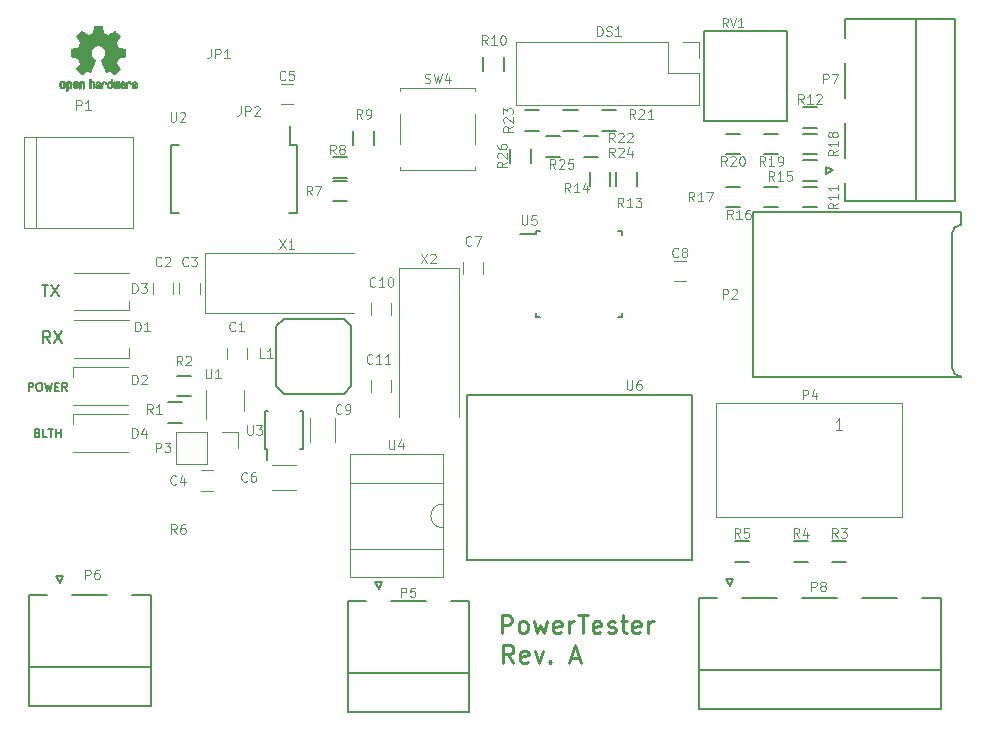
<source format=gbr>
G04 #@! TF.FileFunction,Legend,Top*
%FSLAX46Y46*%
G04 Gerber Fmt 4.6, Leading zero omitted, Abs format (unit mm)*
G04 Created by KiCad (PCBNEW 4.0.5) date 02/17/17 11:47:38*
%MOMM*%
%LPD*%
G01*
G04 APERTURE LIST*
%ADD10C,0.100000*%
%ADD11C,0.250000*%
%ADD12C,0.150000*%
%ADD13C,0.200000*%
%ADD14C,0.120000*%
%ADD15C,0.010000*%
G04 APERTURE END LIST*
D10*
D11*
X133678572Y-116678571D02*
X133178572Y-115964286D01*
X132821429Y-116678571D02*
X132821429Y-115178571D01*
X133392857Y-115178571D01*
X133535715Y-115250000D01*
X133607143Y-115321429D01*
X133678572Y-115464286D01*
X133678572Y-115678571D01*
X133607143Y-115821429D01*
X133535715Y-115892857D01*
X133392857Y-115964286D01*
X132821429Y-115964286D01*
X134892857Y-116607143D02*
X134750000Y-116678571D01*
X134464286Y-116678571D01*
X134321429Y-116607143D01*
X134250000Y-116464286D01*
X134250000Y-115892857D01*
X134321429Y-115750000D01*
X134464286Y-115678571D01*
X134750000Y-115678571D01*
X134892857Y-115750000D01*
X134964286Y-115892857D01*
X134964286Y-116035714D01*
X134250000Y-116178571D01*
X135464286Y-115678571D02*
X135821429Y-116678571D01*
X136178571Y-115678571D01*
X136750000Y-116535714D02*
X136821428Y-116607143D01*
X136750000Y-116678571D01*
X136678571Y-116607143D01*
X136750000Y-116535714D01*
X136750000Y-116678571D01*
X138535714Y-116250000D02*
X139250000Y-116250000D01*
X138392857Y-116678571D02*
X138892857Y-115178571D01*
X139392857Y-116678571D01*
X132678572Y-114178571D02*
X132678572Y-112678571D01*
X133250000Y-112678571D01*
X133392858Y-112750000D01*
X133464286Y-112821429D01*
X133535715Y-112964286D01*
X133535715Y-113178571D01*
X133464286Y-113321429D01*
X133392858Y-113392857D01*
X133250000Y-113464286D01*
X132678572Y-113464286D01*
X134392858Y-114178571D02*
X134250000Y-114107143D01*
X134178572Y-114035714D01*
X134107143Y-113892857D01*
X134107143Y-113464286D01*
X134178572Y-113321429D01*
X134250000Y-113250000D01*
X134392858Y-113178571D01*
X134607143Y-113178571D01*
X134750000Y-113250000D01*
X134821429Y-113321429D01*
X134892858Y-113464286D01*
X134892858Y-113892857D01*
X134821429Y-114035714D01*
X134750000Y-114107143D01*
X134607143Y-114178571D01*
X134392858Y-114178571D01*
X135392858Y-113178571D02*
X135678572Y-114178571D01*
X135964286Y-113464286D01*
X136250001Y-114178571D01*
X136535715Y-113178571D01*
X137678572Y-114107143D02*
X137535715Y-114178571D01*
X137250001Y-114178571D01*
X137107144Y-114107143D01*
X137035715Y-113964286D01*
X137035715Y-113392857D01*
X137107144Y-113250000D01*
X137250001Y-113178571D01*
X137535715Y-113178571D01*
X137678572Y-113250000D01*
X137750001Y-113392857D01*
X137750001Y-113535714D01*
X137035715Y-113678571D01*
X138392858Y-114178571D02*
X138392858Y-113178571D01*
X138392858Y-113464286D02*
X138464286Y-113321429D01*
X138535715Y-113250000D01*
X138678572Y-113178571D01*
X138821429Y-113178571D01*
X139107143Y-112678571D02*
X139964286Y-112678571D01*
X139535715Y-114178571D02*
X139535715Y-112678571D01*
X141035714Y-114107143D02*
X140892857Y-114178571D01*
X140607143Y-114178571D01*
X140464286Y-114107143D01*
X140392857Y-113964286D01*
X140392857Y-113392857D01*
X140464286Y-113250000D01*
X140607143Y-113178571D01*
X140892857Y-113178571D01*
X141035714Y-113250000D01*
X141107143Y-113392857D01*
X141107143Y-113535714D01*
X140392857Y-113678571D01*
X141678571Y-114107143D02*
X141821428Y-114178571D01*
X142107143Y-114178571D01*
X142250000Y-114107143D01*
X142321428Y-113964286D01*
X142321428Y-113892857D01*
X142250000Y-113750000D01*
X142107143Y-113678571D01*
X141892857Y-113678571D01*
X141750000Y-113607143D01*
X141678571Y-113464286D01*
X141678571Y-113392857D01*
X141750000Y-113250000D01*
X141892857Y-113178571D01*
X142107143Y-113178571D01*
X142250000Y-113250000D01*
X142750000Y-113178571D02*
X143321429Y-113178571D01*
X142964286Y-112678571D02*
X142964286Y-113964286D01*
X143035714Y-114107143D01*
X143178572Y-114178571D01*
X143321429Y-114178571D01*
X144392857Y-114107143D02*
X144250000Y-114178571D01*
X143964286Y-114178571D01*
X143821429Y-114107143D01*
X143750000Y-113964286D01*
X143750000Y-113392857D01*
X143821429Y-113250000D01*
X143964286Y-113178571D01*
X144250000Y-113178571D01*
X144392857Y-113250000D01*
X144464286Y-113392857D01*
X144464286Y-113535714D01*
X143750000Y-113678571D01*
X145107143Y-114178571D02*
X145107143Y-113178571D01*
X145107143Y-113464286D02*
X145178571Y-113321429D01*
X145250000Y-113250000D01*
X145392857Y-113178571D01*
X145535714Y-113178571D01*
D12*
X93367334Y-97232000D02*
X93467334Y-97265333D01*
X93500667Y-97298667D01*
X93534001Y-97365333D01*
X93534001Y-97465333D01*
X93500667Y-97532000D01*
X93467334Y-97565333D01*
X93400667Y-97598667D01*
X93134001Y-97598667D01*
X93134001Y-96898667D01*
X93367334Y-96898667D01*
X93434001Y-96932000D01*
X93467334Y-96965333D01*
X93500667Y-97032000D01*
X93500667Y-97098667D01*
X93467334Y-97165333D01*
X93434001Y-97198667D01*
X93367334Y-97232000D01*
X93134001Y-97232000D01*
X94167334Y-97598667D02*
X93834001Y-97598667D01*
X93834001Y-96898667D01*
X94300668Y-96898667D02*
X94700668Y-96898667D01*
X94500668Y-97598667D02*
X94500668Y-96898667D01*
X94934001Y-97598667D02*
X94934001Y-96898667D01*
X94934001Y-97232000D02*
X95334001Y-97232000D01*
X95334001Y-97598667D02*
X95334001Y-96898667D01*
X92617334Y-93661667D02*
X92617334Y-92961667D01*
X92884000Y-92961667D01*
X92950667Y-92995000D01*
X92984000Y-93028333D01*
X93017334Y-93095000D01*
X93017334Y-93195000D01*
X92984000Y-93261667D01*
X92950667Y-93295000D01*
X92884000Y-93328333D01*
X92617334Y-93328333D01*
X93450667Y-92961667D02*
X93584000Y-92961667D01*
X93650667Y-92995000D01*
X93717334Y-93061667D01*
X93750667Y-93195000D01*
X93750667Y-93428333D01*
X93717334Y-93561667D01*
X93650667Y-93628333D01*
X93584000Y-93661667D01*
X93450667Y-93661667D01*
X93384000Y-93628333D01*
X93317334Y-93561667D01*
X93284000Y-93428333D01*
X93284000Y-93195000D01*
X93317334Y-93061667D01*
X93384000Y-92995000D01*
X93450667Y-92961667D01*
X93984000Y-92961667D02*
X94150667Y-93661667D01*
X94284000Y-93161667D01*
X94417333Y-93661667D01*
X94584000Y-92961667D01*
X94850667Y-93295000D02*
X95084000Y-93295000D01*
X95184000Y-93661667D02*
X94850667Y-93661667D01*
X94850667Y-92961667D01*
X95184000Y-92961667D01*
X95884000Y-93661667D02*
X95650666Y-93328333D01*
X95484000Y-93661667D02*
X95484000Y-92961667D01*
X95750666Y-92961667D01*
X95817333Y-92995000D01*
X95850666Y-93028333D01*
X95884000Y-93095000D01*
X95884000Y-93195000D01*
X95850666Y-93261667D01*
X95817333Y-93295000D01*
X95750666Y-93328333D01*
X95484000Y-93328333D01*
D13*
X94448334Y-89606381D02*
X94115000Y-89130190D01*
X93876905Y-89606381D02*
X93876905Y-88606381D01*
X94257858Y-88606381D01*
X94353096Y-88654000D01*
X94400715Y-88701619D01*
X94448334Y-88796857D01*
X94448334Y-88939714D01*
X94400715Y-89034952D01*
X94353096Y-89082571D01*
X94257858Y-89130190D01*
X93876905Y-89130190D01*
X94781667Y-88606381D02*
X95448334Y-89606381D01*
X95448334Y-88606381D02*
X94781667Y-89606381D01*
X93726095Y-84669381D02*
X94297524Y-84669381D01*
X94011809Y-85669381D02*
X94011809Y-84669381D01*
X94535619Y-84669381D02*
X95202286Y-85669381D01*
X95202286Y-84669381D02*
X94535619Y-85669381D01*
D12*
X113575000Y-93290000D02*
X113575000Y-88210000D01*
X119290000Y-93925000D02*
X114210000Y-93925000D01*
X119925000Y-88210000D02*
X119925000Y-93290000D01*
X114210000Y-87575000D02*
X119290000Y-87575000D01*
X119290000Y-93925000D02*
X119925000Y-93290000D01*
X113575000Y-93290000D02*
X114210000Y-93925000D01*
X119925000Y-88210000D02*
X119290000Y-87575000D01*
X113575000Y-88210000D02*
X114210000Y-87575000D01*
X149825000Y-70810000D02*
X149825000Y-63190000D01*
X156810000Y-70810000D02*
X156810000Y-63190000D01*
X149825000Y-70810000D02*
X156810000Y-70810000D01*
X156810000Y-63190000D02*
X149825000Y-63190000D01*
X129725000Y-94015000D02*
X129725000Y-107985000D01*
X148775000Y-107985000D02*
X129725000Y-107985000D01*
X148775000Y-94015000D02*
X129725000Y-94015000D01*
X148775000Y-94015000D02*
X148775000Y-107985000D01*
X161720000Y-77620000D02*
X171080000Y-77620000D01*
X171080000Y-77620000D02*
X171080000Y-62220000D01*
X171080000Y-62220000D02*
X161720000Y-62220000D01*
X161720000Y-77620000D02*
X161720000Y-76050000D01*
X161720000Y-62220000D02*
X161720000Y-63790000D01*
X161720000Y-73950000D02*
X161720000Y-70970000D01*
X161720000Y-68870000D02*
X161720000Y-65890000D01*
X167800000Y-77620000D02*
X167800000Y-62220000D01*
X160700000Y-75000000D02*
X160100000Y-74700000D01*
X160100000Y-74700000D02*
X160100000Y-75300000D01*
X160100000Y-75300000D02*
X160700000Y-75000000D01*
X149380000Y-111220000D02*
X149380000Y-120580000D01*
X149380000Y-120580000D02*
X169860000Y-120580000D01*
X169860000Y-120580000D02*
X169860000Y-111220000D01*
X149380000Y-111220000D02*
X150950000Y-111220000D01*
X169860000Y-111220000D02*
X168290000Y-111220000D01*
X153050000Y-111220000D02*
X156030000Y-111220000D01*
X158130000Y-111220000D02*
X161110000Y-111220000D01*
X163210000Y-111220000D02*
X166190000Y-111220000D01*
X149380000Y-117300000D02*
X169860000Y-117300000D01*
X152000000Y-110200000D02*
X152300000Y-109600000D01*
X152300000Y-109600000D02*
X151700000Y-109600000D01*
X151700000Y-109600000D02*
X152000000Y-110200000D01*
D14*
X129050000Y-95900000D02*
X129050000Y-83300000D01*
X129050000Y-83300000D02*
X123950000Y-83300000D01*
X123950000Y-83300000D02*
X123950000Y-95900000D01*
X120150000Y-81950000D02*
X107550000Y-81950000D01*
X107550000Y-81950000D02*
X107550000Y-87050000D01*
X107550000Y-87050000D02*
X120150000Y-87050000D01*
D12*
X135625000Y-80125000D02*
X135625000Y-80350000D01*
X142875000Y-80125000D02*
X142875000Y-80450000D01*
X142875000Y-87375000D02*
X142875000Y-87050000D01*
X135625000Y-87375000D02*
X135625000Y-87050000D01*
X135625000Y-80125000D02*
X135950000Y-80125000D01*
X135625000Y-87375000D02*
X135950000Y-87375000D01*
X142875000Y-87375000D02*
X142550000Y-87375000D01*
X142875000Y-80125000D02*
X142550000Y-80125000D01*
X135625000Y-80350000D02*
X134200000Y-80350000D01*
D14*
X127680000Y-105250000D02*
G75*
G02X127680000Y-103250000I0J1000000D01*
G01*
X127680000Y-103250000D02*
X127680000Y-101480000D01*
X127680000Y-101480000D02*
X119820000Y-101480000D01*
X119820000Y-101480000D02*
X119820000Y-107020000D01*
X119820000Y-107020000D02*
X127680000Y-107020000D01*
X127680000Y-107020000D02*
X127680000Y-105250000D01*
X127680000Y-99050000D02*
X119820000Y-99050000D01*
X119820000Y-99050000D02*
X119820000Y-109450000D01*
X119820000Y-109450000D02*
X127680000Y-109450000D01*
X127680000Y-109450000D02*
X127680000Y-99050000D01*
D12*
X112625000Y-98625000D02*
X112775000Y-98625000D01*
X112625000Y-95375000D02*
X112872500Y-95375000D01*
X115875000Y-95375000D02*
X115627500Y-95375000D01*
X115875000Y-98625000D02*
X115627500Y-98625000D01*
X112625000Y-98625000D02*
X112625000Y-95375000D01*
X115875000Y-98625000D02*
X115875000Y-95375000D01*
X112775000Y-98625000D02*
X112775000Y-99550000D01*
X115325000Y-72875000D02*
X114750000Y-72875000D01*
X115325000Y-78625000D02*
X114675000Y-78625000D01*
X104675000Y-78625000D02*
X105325000Y-78625000D01*
X104675000Y-72875000D02*
X105325000Y-72875000D01*
X115325000Y-72875000D02*
X115325000Y-78625000D01*
X104675000Y-72875000D02*
X104675000Y-78625000D01*
X114750000Y-72875000D02*
X114750000Y-71275000D01*
D14*
X110860000Y-95400000D02*
X110860000Y-93600000D01*
X107640000Y-93600000D02*
X107640000Y-96050000D01*
X124100000Y-68300000D02*
X124100000Y-68050000D01*
X124100000Y-68050000D02*
X130400000Y-68050000D01*
X130400000Y-68050000D02*
X130400000Y-68300000D01*
X124100000Y-72800000D02*
X124100000Y-70200000D01*
X130400000Y-74700000D02*
X130400000Y-74950000D01*
X130400000Y-74950000D02*
X124100000Y-74950000D01*
X124100000Y-74950000D02*
X124100000Y-74700000D01*
X130400000Y-70200000D02*
X130400000Y-72800000D01*
D12*
X133375000Y-74350000D02*
X133375000Y-73150000D01*
X135125000Y-73150000D02*
X135125000Y-74350000D01*
X136400000Y-72125000D02*
X137600000Y-72125000D01*
X137600000Y-73875000D02*
X136400000Y-73875000D01*
X140850000Y-73875000D02*
X139650000Y-73875000D01*
X139650000Y-72125000D02*
X140850000Y-72125000D01*
X134650000Y-69875000D02*
X135850000Y-69875000D01*
X135850000Y-71625000D02*
X134650000Y-71625000D01*
X137900000Y-69875000D02*
X139100000Y-69875000D01*
X139100000Y-71625000D02*
X137900000Y-71625000D01*
X142350000Y-71625000D02*
X141150000Y-71625000D01*
X141150000Y-69875000D02*
X142350000Y-69875000D01*
X151650000Y-71875000D02*
X152850000Y-71875000D01*
X152850000Y-73625000D02*
X151650000Y-73625000D01*
X154900000Y-71875000D02*
X156100000Y-71875000D01*
X156100000Y-73625000D02*
X154900000Y-73625000D01*
X159350000Y-73625000D02*
X158150000Y-73625000D01*
X158150000Y-71875000D02*
X159350000Y-71875000D01*
X151650000Y-76375000D02*
X152850000Y-76375000D01*
X152850000Y-78125000D02*
X151650000Y-78125000D01*
X154900000Y-76375000D02*
X156100000Y-76375000D01*
X156100000Y-78125000D02*
X154900000Y-78125000D01*
X159350000Y-78125000D02*
X158150000Y-78125000D01*
X158150000Y-76375000D02*
X159350000Y-76375000D01*
X140125000Y-76350000D02*
X140125000Y-75150000D01*
X141875000Y-75150000D02*
X141875000Y-76350000D01*
X142375000Y-76350000D02*
X142375000Y-75150000D01*
X144125000Y-75150000D02*
X144125000Y-76350000D01*
X158150000Y-69625000D02*
X159350000Y-69625000D01*
X159350000Y-71375000D02*
X158150000Y-71375000D01*
X158150000Y-74125000D02*
X159350000Y-74125000D01*
X159350000Y-75875000D02*
X158150000Y-75875000D01*
X131125000Y-66600000D02*
X131125000Y-65400000D01*
X132875000Y-65400000D02*
X132875000Y-66600000D01*
X121875000Y-71650000D02*
X121875000Y-72850000D01*
X120125000Y-72850000D02*
X120125000Y-71650000D01*
X119600000Y-75625000D02*
X118400000Y-75625000D01*
X118400000Y-73875000D02*
X119600000Y-73875000D01*
X119600000Y-77625000D02*
X118400000Y-77625000D01*
X118400000Y-75875000D02*
X119600000Y-75875000D01*
X153600000Y-108125000D02*
X152400000Y-108125000D01*
X152400000Y-106375000D02*
X153600000Y-106375000D01*
X158600000Y-108125000D02*
X157400000Y-108125000D01*
X157400000Y-106375000D02*
X158600000Y-106375000D01*
X160650000Y-106375000D02*
X161850000Y-106375000D01*
X161850000Y-108125000D02*
X160650000Y-108125000D01*
X106350000Y-94125000D02*
X105150000Y-94125000D01*
X105150000Y-92375000D02*
X106350000Y-92375000D01*
X104400000Y-94625000D02*
X105600000Y-94625000D01*
X105600000Y-96375000D02*
X104400000Y-96375000D01*
X92630000Y-110970000D02*
X92630000Y-120330000D01*
X92630000Y-120330000D02*
X102950000Y-120330000D01*
X102950000Y-120330000D02*
X102950000Y-110970000D01*
X92630000Y-110970000D02*
X94200000Y-110970000D01*
X102950000Y-110970000D02*
X101380000Y-110970000D01*
X96300000Y-110970000D02*
X99280000Y-110970000D01*
X92630000Y-117050000D02*
X102950000Y-117050000D01*
X95250000Y-109950000D02*
X95550000Y-109350000D01*
X95550000Y-109350000D02*
X94950000Y-109350000D01*
X94950000Y-109350000D02*
X95250000Y-109950000D01*
X119630000Y-111470000D02*
X119630000Y-120830000D01*
X119630000Y-120830000D02*
X129950000Y-120830000D01*
X129950000Y-120830000D02*
X129950000Y-111470000D01*
X119630000Y-111470000D02*
X121200000Y-111470000D01*
X129950000Y-111470000D02*
X128380000Y-111470000D01*
X123300000Y-111470000D02*
X126280000Y-111470000D01*
X119630000Y-117550000D02*
X129950000Y-117550000D01*
X122250000Y-110450000D02*
X122550000Y-109850000D01*
X122550000Y-109850000D02*
X121950000Y-109850000D01*
X121950000Y-109850000D02*
X122250000Y-110450000D01*
D14*
X166580000Y-104320000D02*
X150840000Y-104320000D01*
X150840000Y-104320000D02*
X150840000Y-94720000D01*
X150840000Y-94720000D02*
X166580000Y-94720000D01*
X166580000Y-94720000D02*
X166580000Y-104320000D01*
X107730000Y-97110000D02*
X105070000Y-97110000D01*
X105070000Y-97110000D02*
X105070000Y-99890000D01*
X105070000Y-99890000D02*
X107730000Y-99890000D01*
X107730000Y-99890000D02*
X107730000Y-97110000D01*
X109000000Y-97110000D02*
X110390000Y-97110000D01*
X110390000Y-97110000D02*
X110390000Y-98500000D01*
X93250000Y-72150000D02*
X93250000Y-79850000D01*
X92250000Y-72150000D02*
X92250000Y-79850000D01*
X92250000Y-79850000D02*
X101450000Y-79850000D01*
X101450000Y-79850000D02*
X101450000Y-72150000D01*
X101450000Y-72150000D02*
X92250000Y-72150000D01*
X146730000Y-64110000D02*
X133910000Y-64110000D01*
X133910000Y-64110000D02*
X133910000Y-69430000D01*
X133910000Y-69430000D02*
X149390000Y-69430000D01*
X149390000Y-69430000D02*
X149390000Y-66770000D01*
X149390000Y-66770000D02*
X146730000Y-66770000D01*
X146730000Y-66770000D02*
X146730000Y-64110000D01*
X148000000Y-64110000D02*
X149390000Y-64110000D01*
X149390000Y-64110000D02*
X149390000Y-65500000D01*
X101000000Y-98850000D02*
X96350000Y-98850000D01*
X101000000Y-95650000D02*
X96350000Y-95650000D01*
X96350000Y-95650000D02*
X96350000Y-96450000D01*
X96500000Y-83650000D02*
X101150000Y-83650000D01*
X96500000Y-86850000D02*
X101150000Y-86850000D01*
X101150000Y-86850000D02*
X101150000Y-86050000D01*
X96500000Y-87650000D02*
X101150000Y-87650000D01*
X96500000Y-90850000D02*
X101150000Y-90850000D01*
X101150000Y-90850000D02*
X101150000Y-90050000D01*
X101000000Y-94850000D02*
X96350000Y-94850000D01*
X101000000Y-91650000D02*
X96350000Y-91650000D01*
X96350000Y-91650000D02*
X96350000Y-92450000D01*
X123350000Y-93750000D02*
X123350000Y-92750000D01*
X121650000Y-92750000D02*
X121650000Y-93750000D01*
X121650000Y-86250000D02*
X121650000Y-87250000D01*
X123350000Y-87250000D02*
X123350000Y-86250000D01*
X116475000Y-96000000D02*
X116475000Y-98000000D01*
X118525000Y-98000000D02*
X118525000Y-96000000D01*
X148250000Y-82650000D02*
X147250000Y-82650000D01*
X147250000Y-84350000D02*
X148250000Y-84350000D01*
X129400000Y-82750000D02*
X129400000Y-83750000D01*
X131100000Y-83750000D02*
X131100000Y-82750000D01*
X115250000Y-99975000D02*
X113250000Y-99975000D01*
X113250000Y-102025000D02*
X115250000Y-102025000D01*
X114000000Y-69350000D02*
X115000000Y-69350000D01*
X115000000Y-67650000D02*
X114000000Y-67650000D01*
X107250000Y-102100000D02*
X108250000Y-102100000D01*
X108250000Y-100400000D02*
X107250000Y-100400000D01*
X107100000Y-85500000D02*
X107100000Y-84500000D01*
X105400000Y-84500000D02*
X105400000Y-85500000D01*
X104850000Y-85500000D02*
X104850000Y-84500000D01*
X103150000Y-84500000D02*
X103150000Y-85500000D01*
X109400000Y-90000000D02*
X109400000Y-91000000D01*
X111100000Y-91000000D02*
X111100000Y-90000000D01*
D12*
X170800000Y-91700000D02*
X170800000Y-80350000D01*
X170800000Y-91700000D02*
G75*
G03X171550000Y-92450000I750000J0D01*
G01*
X171550000Y-79600000D02*
G75*
G03X170800000Y-80350000I0J-750000D01*
G01*
X171550000Y-78550000D02*
X171550000Y-79600000D01*
X153950000Y-78550000D02*
X171550000Y-78550000D01*
X153950000Y-92450000D02*
X171550000Y-92450000D01*
X153950000Y-92450000D02*
X153950000Y-78550000D01*
D15*
G36*
X96099744Y-67419918D02*
X96155201Y-67447568D01*
X96204148Y-67498480D01*
X96217629Y-67517338D01*
X96232314Y-67542015D01*
X96241842Y-67568816D01*
X96247293Y-67604587D01*
X96249747Y-67656169D01*
X96250286Y-67724267D01*
X96247852Y-67817588D01*
X96239394Y-67887657D01*
X96223174Y-67939931D01*
X96197454Y-67979869D01*
X96160497Y-68012929D01*
X96157782Y-68014886D01*
X96121360Y-68034908D01*
X96077502Y-68044815D01*
X96021724Y-68047257D01*
X95931048Y-68047257D01*
X95931010Y-68135283D01*
X95930166Y-68184308D01*
X95925024Y-68213065D01*
X95911587Y-68230311D01*
X95885858Y-68244808D01*
X95879679Y-68247769D01*
X95850764Y-68261648D01*
X95828376Y-68270414D01*
X95811729Y-68271171D01*
X95800036Y-68261023D01*
X95792510Y-68237073D01*
X95788366Y-68196426D01*
X95786815Y-68136186D01*
X95787071Y-68053455D01*
X95788349Y-67945339D01*
X95788748Y-67913000D01*
X95790185Y-67801524D01*
X95791472Y-67728603D01*
X95930971Y-67728603D01*
X95931755Y-67790499D01*
X95935240Y-67830997D01*
X95943124Y-67857708D01*
X95957105Y-67878244D01*
X95966597Y-67888260D01*
X96005404Y-67917567D01*
X96039763Y-67919952D01*
X96075216Y-67895750D01*
X96076114Y-67894857D01*
X96090539Y-67876153D01*
X96099313Y-67850732D01*
X96103739Y-67811584D01*
X96105118Y-67751697D01*
X96105143Y-67738430D01*
X96101812Y-67655901D01*
X96090969Y-67598691D01*
X96071340Y-67563766D01*
X96041650Y-67548094D01*
X96024491Y-67546514D01*
X95983766Y-67553926D01*
X95955832Y-67578330D01*
X95939017Y-67622980D01*
X95931650Y-67691130D01*
X95930971Y-67728603D01*
X95791472Y-67728603D01*
X95791708Y-67715245D01*
X95793677Y-67650333D01*
X95796450Y-67602958D01*
X95800388Y-67569290D01*
X95805849Y-67545498D01*
X95813192Y-67527753D01*
X95822777Y-67512224D01*
X95826887Y-67506381D01*
X95881405Y-67451185D01*
X95950336Y-67419890D01*
X96030072Y-67411165D01*
X96099744Y-67419918D01*
X96099744Y-67419918D01*
G37*
X96099744Y-67419918D02*
X96155201Y-67447568D01*
X96204148Y-67498480D01*
X96217629Y-67517338D01*
X96232314Y-67542015D01*
X96241842Y-67568816D01*
X96247293Y-67604587D01*
X96249747Y-67656169D01*
X96250286Y-67724267D01*
X96247852Y-67817588D01*
X96239394Y-67887657D01*
X96223174Y-67939931D01*
X96197454Y-67979869D01*
X96160497Y-68012929D01*
X96157782Y-68014886D01*
X96121360Y-68034908D01*
X96077502Y-68044815D01*
X96021724Y-68047257D01*
X95931048Y-68047257D01*
X95931010Y-68135283D01*
X95930166Y-68184308D01*
X95925024Y-68213065D01*
X95911587Y-68230311D01*
X95885858Y-68244808D01*
X95879679Y-68247769D01*
X95850764Y-68261648D01*
X95828376Y-68270414D01*
X95811729Y-68271171D01*
X95800036Y-68261023D01*
X95792510Y-68237073D01*
X95788366Y-68196426D01*
X95786815Y-68136186D01*
X95787071Y-68053455D01*
X95788349Y-67945339D01*
X95788748Y-67913000D01*
X95790185Y-67801524D01*
X95791472Y-67728603D01*
X95930971Y-67728603D01*
X95931755Y-67790499D01*
X95935240Y-67830997D01*
X95943124Y-67857708D01*
X95957105Y-67878244D01*
X95966597Y-67888260D01*
X96005404Y-67917567D01*
X96039763Y-67919952D01*
X96075216Y-67895750D01*
X96076114Y-67894857D01*
X96090539Y-67876153D01*
X96099313Y-67850732D01*
X96103739Y-67811584D01*
X96105118Y-67751697D01*
X96105143Y-67738430D01*
X96101812Y-67655901D01*
X96090969Y-67598691D01*
X96071340Y-67563766D01*
X96041650Y-67548094D01*
X96024491Y-67546514D01*
X95983766Y-67553926D01*
X95955832Y-67578330D01*
X95939017Y-67622980D01*
X95931650Y-67691130D01*
X95930971Y-67728603D01*
X95791472Y-67728603D01*
X95791708Y-67715245D01*
X95793677Y-67650333D01*
X95796450Y-67602958D01*
X95800388Y-67569290D01*
X95805849Y-67545498D01*
X95813192Y-67527753D01*
X95822777Y-67512224D01*
X95826887Y-67506381D01*
X95881405Y-67451185D01*
X95950336Y-67419890D01*
X96030072Y-67411165D01*
X96099744Y-67419918D01*
G36*
X97216093Y-67427780D02*
X97262672Y-67454723D01*
X97295057Y-67481466D01*
X97318742Y-67509484D01*
X97335059Y-67543748D01*
X97345339Y-67589227D01*
X97350914Y-67650892D01*
X97353116Y-67733711D01*
X97353371Y-67793246D01*
X97353371Y-68012391D01*
X97291686Y-68040044D01*
X97230000Y-68067697D01*
X97222743Y-67827670D01*
X97219744Y-67738028D01*
X97216598Y-67672962D01*
X97212701Y-67628026D01*
X97207447Y-67598770D01*
X97200231Y-67580748D01*
X97190450Y-67569511D01*
X97187312Y-67567079D01*
X97139761Y-67548083D01*
X97091697Y-67555600D01*
X97063086Y-67575543D01*
X97051447Y-67589675D01*
X97043391Y-67608220D01*
X97038271Y-67636334D01*
X97035441Y-67679173D01*
X97034256Y-67741895D01*
X97034057Y-67807261D01*
X97034018Y-67889268D01*
X97032614Y-67947316D01*
X97027914Y-67986465D01*
X97017987Y-68011780D01*
X97000903Y-68028323D01*
X96974732Y-68041156D01*
X96939775Y-68054491D01*
X96901596Y-68069007D01*
X96906141Y-67811389D01*
X96907971Y-67718519D01*
X96910112Y-67649889D01*
X96913181Y-67600711D01*
X96917794Y-67566198D01*
X96924568Y-67541562D01*
X96934119Y-67522016D01*
X96945634Y-67504770D01*
X97001190Y-67449680D01*
X97068980Y-67417822D01*
X97142713Y-67410191D01*
X97216093Y-67427780D01*
X97216093Y-67427780D01*
G37*
X97216093Y-67427780D02*
X97262672Y-67454723D01*
X97295057Y-67481466D01*
X97318742Y-67509484D01*
X97335059Y-67543748D01*
X97345339Y-67589227D01*
X97350914Y-67650892D01*
X97353116Y-67733711D01*
X97353371Y-67793246D01*
X97353371Y-68012391D01*
X97291686Y-68040044D01*
X97230000Y-68067697D01*
X97222743Y-67827670D01*
X97219744Y-67738028D01*
X97216598Y-67672962D01*
X97212701Y-67628026D01*
X97207447Y-67598770D01*
X97200231Y-67580748D01*
X97190450Y-67569511D01*
X97187312Y-67567079D01*
X97139761Y-67548083D01*
X97091697Y-67555600D01*
X97063086Y-67575543D01*
X97051447Y-67589675D01*
X97043391Y-67608220D01*
X97038271Y-67636334D01*
X97035441Y-67679173D01*
X97034256Y-67741895D01*
X97034057Y-67807261D01*
X97034018Y-67889268D01*
X97032614Y-67947316D01*
X97027914Y-67986465D01*
X97017987Y-68011780D01*
X97000903Y-68028323D01*
X96974732Y-68041156D01*
X96939775Y-68054491D01*
X96901596Y-68069007D01*
X96906141Y-67811389D01*
X96907971Y-67718519D01*
X96910112Y-67649889D01*
X96913181Y-67600711D01*
X96917794Y-67566198D01*
X96924568Y-67541562D01*
X96934119Y-67522016D01*
X96945634Y-67504770D01*
X97001190Y-67449680D01*
X97068980Y-67417822D01*
X97142713Y-67410191D01*
X97216093Y-67427780D01*
G36*
X95541115Y-67421962D02*
X95609145Y-67457733D01*
X95659351Y-67515301D01*
X95677185Y-67552312D01*
X95691063Y-67607882D01*
X95698167Y-67678096D01*
X95698840Y-67754727D01*
X95693427Y-67829552D01*
X95682270Y-67894342D01*
X95665714Y-67940873D01*
X95660626Y-67948887D01*
X95600355Y-68008707D01*
X95528769Y-68044535D01*
X95451092Y-68055020D01*
X95372548Y-68038810D01*
X95350689Y-68029092D01*
X95308122Y-67999143D01*
X95270763Y-67959433D01*
X95267232Y-67954397D01*
X95252881Y-67930124D01*
X95243394Y-67904178D01*
X95237790Y-67870022D01*
X95235086Y-67821119D01*
X95234299Y-67750935D01*
X95234286Y-67735200D01*
X95234322Y-67730192D01*
X95379429Y-67730192D01*
X95380273Y-67796430D01*
X95383596Y-67840386D01*
X95390583Y-67868779D01*
X95402416Y-67888325D01*
X95408457Y-67894857D01*
X95443186Y-67919680D01*
X95476903Y-67918548D01*
X95510995Y-67897016D01*
X95531329Y-67874029D01*
X95543371Y-67840478D01*
X95550134Y-67787569D01*
X95550598Y-67781399D01*
X95551752Y-67685513D01*
X95539688Y-67614299D01*
X95514570Y-67568194D01*
X95476560Y-67547635D01*
X95462992Y-67546514D01*
X95427364Y-67552152D01*
X95402994Y-67571686D01*
X95388093Y-67609042D01*
X95380875Y-67668150D01*
X95379429Y-67730192D01*
X95234322Y-67730192D01*
X95234826Y-67660413D01*
X95237096Y-67608159D01*
X95242068Y-67571949D01*
X95250713Y-67545299D01*
X95264005Y-67521722D01*
X95266943Y-67517338D01*
X95316313Y-67458249D01*
X95370109Y-67423947D01*
X95435602Y-67410331D01*
X95457842Y-67409665D01*
X95541115Y-67421962D01*
X95541115Y-67421962D01*
G37*
X95541115Y-67421962D02*
X95609145Y-67457733D01*
X95659351Y-67515301D01*
X95677185Y-67552312D01*
X95691063Y-67607882D01*
X95698167Y-67678096D01*
X95698840Y-67754727D01*
X95693427Y-67829552D01*
X95682270Y-67894342D01*
X95665714Y-67940873D01*
X95660626Y-67948887D01*
X95600355Y-68008707D01*
X95528769Y-68044535D01*
X95451092Y-68055020D01*
X95372548Y-68038810D01*
X95350689Y-68029092D01*
X95308122Y-67999143D01*
X95270763Y-67959433D01*
X95267232Y-67954397D01*
X95252881Y-67930124D01*
X95243394Y-67904178D01*
X95237790Y-67870022D01*
X95235086Y-67821119D01*
X95234299Y-67750935D01*
X95234286Y-67735200D01*
X95234322Y-67730192D01*
X95379429Y-67730192D01*
X95380273Y-67796430D01*
X95383596Y-67840386D01*
X95390583Y-67868779D01*
X95402416Y-67888325D01*
X95408457Y-67894857D01*
X95443186Y-67919680D01*
X95476903Y-67918548D01*
X95510995Y-67897016D01*
X95531329Y-67874029D01*
X95543371Y-67840478D01*
X95550134Y-67787569D01*
X95550598Y-67781399D01*
X95551752Y-67685513D01*
X95539688Y-67614299D01*
X95514570Y-67568194D01*
X95476560Y-67547635D01*
X95462992Y-67546514D01*
X95427364Y-67552152D01*
X95402994Y-67571686D01*
X95388093Y-67609042D01*
X95380875Y-67668150D01*
X95379429Y-67730192D01*
X95234322Y-67730192D01*
X95234826Y-67660413D01*
X95237096Y-67608159D01*
X95242068Y-67571949D01*
X95250713Y-67545299D01*
X95264005Y-67521722D01*
X95266943Y-67517338D01*
X95316313Y-67458249D01*
X95370109Y-67423947D01*
X95435602Y-67410331D01*
X95457842Y-67409665D01*
X95541115Y-67421962D01*
G36*
X96668303Y-67431239D02*
X96725527Y-67469735D01*
X96769749Y-67525335D01*
X96796167Y-67596086D01*
X96801510Y-67648162D01*
X96800903Y-67669893D01*
X96795822Y-67686531D01*
X96781855Y-67701437D01*
X96754589Y-67717973D01*
X96709612Y-67739498D01*
X96642511Y-67769374D01*
X96642171Y-67769524D01*
X96580407Y-67797813D01*
X96529759Y-67822933D01*
X96495404Y-67842179D01*
X96482518Y-67852848D01*
X96482514Y-67852934D01*
X96493872Y-67876166D01*
X96520431Y-67901774D01*
X96550923Y-67920221D01*
X96566370Y-67923886D01*
X96608515Y-67911212D01*
X96644808Y-67879471D01*
X96662517Y-67844572D01*
X96679552Y-67818845D01*
X96712922Y-67789546D01*
X96752149Y-67764235D01*
X96786756Y-67750471D01*
X96793993Y-67749714D01*
X96802139Y-67762160D01*
X96802630Y-67793972D01*
X96796643Y-67836866D01*
X96785357Y-67882558D01*
X96769950Y-67922761D01*
X96769171Y-67924322D01*
X96722804Y-67989062D01*
X96662711Y-68033097D01*
X96594465Y-68054711D01*
X96523638Y-68052185D01*
X96455804Y-68023804D01*
X96452788Y-68021808D01*
X96399427Y-67973448D01*
X96364340Y-67910352D01*
X96344922Y-67827387D01*
X96342316Y-67804078D01*
X96337701Y-67694055D01*
X96343233Y-67642748D01*
X96482514Y-67642748D01*
X96484324Y-67674753D01*
X96494222Y-67684093D01*
X96518898Y-67677105D01*
X96557795Y-67660587D01*
X96601275Y-67639881D01*
X96602356Y-67639333D01*
X96639209Y-67619949D01*
X96654000Y-67607013D01*
X96650353Y-67593451D01*
X96634995Y-67575632D01*
X96595923Y-67549845D01*
X96553846Y-67547950D01*
X96516103Y-67566717D01*
X96490034Y-67602915D01*
X96482514Y-67642748D01*
X96343233Y-67642748D01*
X96347194Y-67606027D01*
X96371550Y-67536212D01*
X96405456Y-67487302D01*
X96466653Y-67437878D01*
X96534063Y-67413359D01*
X96602880Y-67411797D01*
X96668303Y-67431239D01*
X96668303Y-67431239D01*
G37*
X96668303Y-67431239D02*
X96725527Y-67469735D01*
X96769749Y-67525335D01*
X96796167Y-67596086D01*
X96801510Y-67648162D01*
X96800903Y-67669893D01*
X96795822Y-67686531D01*
X96781855Y-67701437D01*
X96754589Y-67717973D01*
X96709612Y-67739498D01*
X96642511Y-67769374D01*
X96642171Y-67769524D01*
X96580407Y-67797813D01*
X96529759Y-67822933D01*
X96495404Y-67842179D01*
X96482518Y-67852848D01*
X96482514Y-67852934D01*
X96493872Y-67876166D01*
X96520431Y-67901774D01*
X96550923Y-67920221D01*
X96566370Y-67923886D01*
X96608515Y-67911212D01*
X96644808Y-67879471D01*
X96662517Y-67844572D01*
X96679552Y-67818845D01*
X96712922Y-67789546D01*
X96752149Y-67764235D01*
X96786756Y-67750471D01*
X96793993Y-67749714D01*
X96802139Y-67762160D01*
X96802630Y-67793972D01*
X96796643Y-67836866D01*
X96785357Y-67882558D01*
X96769950Y-67922761D01*
X96769171Y-67924322D01*
X96722804Y-67989062D01*
X96662711Y-68033097D01*
X96594465Y-68054711D01*
X96523638Y-68052185D01*
X96455804Y-68023804D01*
X96452788Y-68021808D01*
X96399427Y-67973448D01*
X96364340Y-67910352D01*
X96344922Y-67827387D01*
X96342316Y-67804078D01*
X96337701Y-67694055D01*
X96343233Y-67642748D01*
X96482514Y-67642748D01*
X96484324Y-67674753D01*
X96494222Y-67684093D01*
X96518898Y-67677105D01*
X96557795Y-67660587D01*
X96601275Y-67639881D01*
X96602356Y-67639333D01*
X96639209Y-67619949D01*
X96654000Y-67607013D01*
X96650353Y-67593451D01*
X96634995Y-67575632D01*
X96595923Y-67549845D01*
X96553846Y-67547950D01*
X96516103Y-67566717D01*
X96490034Y-67602915D01*
X96482514Y-67642748D01*
X96343233Y-67642748D01*
X96347194Y-67606027D01*
X96371550Y-67536212D01*
X96405456Y-67487302D01*
X96466653Y-67437878D01*
X96534063Y-67413359D01*
X96602880Y-67411797D01*
X96668303Y-67431239D01*
G36*
X97875886Y-67351289D02*
X97880139Y-67410613D01*
X97885025Y-67445572D01*
X97891795Y-67460820D01*
X97901702Y-67461015D01*
X97904914Y-67459195D01*
X97947644Y-67446015D01*
X98003227Y-67446785D01*
X98059737Y-67460333D01*
X98095082Y-67477861D01*
X98131321Y-67505861D01*
X98157813Y-67537549D01*
X98175999Y-67577813D01*
X98187322Y-67631543D01*
X98193222Y-67703626D01*
X98195143Y-67798951D01*
X98195177Y-67817237D01*
X98195200Y-68022646D01*
X98149491Y-68038580D01*
X98117027Y-68049420D01*
X98099215Y-68054468D01*
X98098691Y-68054514D01*
X98096937Y-68040828D01*
X98095444Y-68003076D01*
X98094326Y-67946224D01*
X98093697Y-67875234D01*
X98093600Y-67832073D01*
X98093398Y-67746973D01*
X98092358Y-67685981D01*
X98089831Y-67644177D01*
X98085164Y-67616642D01*
X98077707Y-67598456D01*
X98066811Y-67584698D01*
X98060007Y-67578073D01*
X98013272Y-67551375D01*
X97962272Y-67549375D01*
X97916001Y-67571955D01*
X97907444Y-67580107D01*
X97894893Y-67595436D01*
X97886188Y-67613618D01*
X97880631Y-67639909D01*
X97877526Y-67679562D01*
X97876176Y-67737832D01*
X97875886Y-67818173D01*
X97875886Y-68022646D01*
X97830177Y-68038580D01*
X97797713Y-68049420D01*
X97779901Y-68054468D01*
X97779377Y-68054514D01*
X97778037Y-68040623D01*
X97776828Y-68001439D01*
X97775801Y-67940700D01*
X97775002Y-67862141D01*
X97774481Y-67769498D01*
X97774286Y-67666509D01*
X97774286Y-67269342D01*
X97821457Y-67249444D01*
X97868629Y-67229547D01*
X97875886Y-67351289D01*
X97875886Y-67351289D01*
G37*
X97875886Y-67351289D02*
X97880139Y-67410613D01*
X97885025Y-67445572D01*
X97891795Y-67460820D01*
X97901702Y-67461015D01*
X97904914Y-67459195D01*
X97947644Y-67446015D01*
X98003227Y-67446785D01*
X98059737Y-67460333D01*
X98095082Y-67477861D01*
X98131321Y-67505861D01*
X98157813Y-67537549D01*
X98175999Y-67577813D01*
X98187322Y-67631543D01*
X98193222Y-67703626D01*
X98195143Y-67798951D01*
X98195177Y-67817237D01*
X98195200Y-68022646D01*
X98149491Y-68038580D01*
X98117027Y-68049420D01*
X98099215Y-68054468D01*
X98098691Y-68054514D01*
X98096937Y-68040828D01*
X98095444Y-68003076D01*
X98094326Y-67946224D01*
X98093697Y-67875234D01*
X98093600Y-67832073D01*
X98093398Y-67746973D01*
X98092358Y-67685981D01*
X98089831Y-67644177D01*
X98085164Y-67616642D01*
X98077707Y-67598456D01*
X98066811Y-67584698D01*
X98060007Y-67578073D01*
X98013272Y-67551375D01*
X97962272Y-67549375D01*
X97916001Y-67571955D01*
X97907444Y-67580107D01*
X97894893Y-67595436D01*
X97886188Y-67613618D01*
X97880631Y-67639909D01*
X97877526Y-67679562D01*
X97876176Y-67737832D01*
X97875886Y-67818173D01*
X97875886Y-68022646D01*
X97830177Y-68038580D01*
X97797713Y-68049420D01*
X97779901Y-68054468D01*
X97779377Y-68054514D01*
X97778037Y-68040623D01*
X97776828Y-68001439D01*
X97775801Y-67940700D01*
X97775002Y-67862141D01*
X97774481Y-67769498D01*
X97774286Y-67666509D01*
X97774286Y-67269342D01*
X97821457Y-67249444D01*
X97868629Y-67229547D01*
X97875886Y-67351289D01*
G36*
X98539744Y-67450968D02*
X98596616Y-67472087D01*
X98597267Y-67472493D01*
X98632440Y-67498380D01*
X98658407Y-67528633D01*
X98676670Y-67568058D01*
X98688732Y-67621462D01*
X98696096Y-67693651D01*
X98700264Y-67789432D01*
X98700629Y-67803078D01*
X98705876Y-68008842D01*
X98661716Y-68031678D01*
X98629763Y-68047110D01*
X98610470Y-68054423D01*
X98609578Y-68054514D01*
X98606239Y-68041022D01*
X98603587Y-68004626D01*
X98601956Y-67951452D01*
X98601600Y-67908393D01*
X98601592Y-67838641D01*
X98598403Y-67794837D01*
X98587288Y-67773944D01*
X98563501Y-67772925D01*
X98522296Y-67788741D01*
X98460086Y-67817815D01*
X98414341Y-67841963D01*
X98390813Y-67862913D01*
X98383896Y-67885747D01*
X98383886Y-67886877D01*
X98395299Y-67926212D01*
X98429092Y-67947462D01*
X98480809Y-67950539D01*
X98518061Y-67950006D01*
X98537703Y-67960735D01*
X98549952Y-67986505D01*
X98557002Y-68019337D01*
X98546842Y-68037966D01*
X98543017Y-68040632D01*
X98507001Y-68051340D01*
X98456566Y-68052856D01*
X98404626Y-68045759D01*
X98367822Y-68032788D01*
X98316938Y-67989585D01*
X98288014Y-67929446D01*
X98282286Y-67882462D01*
X98286657Y-67840082D01*
X98302475Y-67805488D01*
X98333797Y-67774763D01*
X98384678Y-67743990D01*
X98459176Y-67709252D01*
X98463714Y-67707288D01*
X98530821Y-67676287D01*
X98572232Y-67650862D01*
X98589981Y-67628014D01*
X98586107Y-67604745D01*
X98562643Y-67578056D01*
X98555627Y-67571914D01*
X98508630Y-67548100D01*
X98459933Y-67549103D01*
X98417522Y-67572451D01*
X98389384Y-67615675D01*
X98386769Y-67624160D01*
X98361308Y-67665308D01*
X98329001Y-67685128D01*
X98282286Y-67704770D01*
X98282286Y-67653950D01*
X98296496Y-67580082D01*
X98338675Y-67512327D01*
X98360624Y-67489661D01*
X98410517Y-67460569D01*
X98473967Y-67447400D01*
X98539744Y-67450968D01*
X98539744Y-67450968D01*
G37*
X98539744Y-67450968D02*
X98596616Y-67472087D01*
X98597267Y-67472493D01*
X98632440Y-67498380D01*
X98658407Y-67528633D01*
X98676670Y-67568058D01*
X98688732Y-67621462D01*
X98696096Y-67693651D01*
X98700264Y-67789432D01*
X98700629Y-67803078D01*
X98705876Y-68008842D01*
X98661716Y-68031678D01*
X98629763Y-68047110D01*
X98610470Y-68054423D01*
X98609578Y-68054514D01*
X98606239Y-68041022D01*
X98603587Y-68004626D01*
X98601956Y-67951452D01*
X98601600Y-67908393D01*
X98601592Y-67838641D01*
X98598403Y-67794837D01*
X98587288Y-67773944D01*
X98563501Y-67772925D01*
X98522296Y-67788741D01*
X98460086Y-67817815D01*
X98414341Y-67841963D01*
X98390813Y-67862913D01*
X98383896Y-67885747D01*
X98383886Y-67886877D01*
X98395299Y-67926212D01*
X98429092Y-67947462D01*
X98480809Y-67950539D01*
X98518061Y-67950006D01*
X98537703Y-67960735D01*
X98549952Y-67986505D01*
X98557002Y-68019337D01*
X98546842Y-68037966D01*
X98543017Y-68040632D01*
X98507001Y-68051340D01*
X98456566Y-68052856D01*
X98404626Y-68045759D01*
X98367822Y-68032788D01*
X98316938Y-67989585D01*
X98288014Y-67929446D01*
X98282286Y-67882462D01*
X98286657Y-67840082D01*
X98302475Y-67805488D01*
X98333797Y-67774763D01*
X98384678Y-67743990D01*
X98459176Y-67709252D01*
X98463714Y-67707288D01*
X98530821Y-67676287D01*
X98572232Y-67650862D01*
X98589981Y-67628014D01*
X98586107Y-67604745D01*
X98562643Y-67578056D01*
X98555627Y-67571914D01*
X98508630Y-67548100D01*
X98459933Y-67549103D01*
X98417522Y-67572451D01*
X98389384Y-67615675D01*
X98386769Y-67624160D01*
X98361308Y-67665308D01*
X98329001Y-67685128D01*
X98282286Y-67704770D01*
X98282286Y-67653950D01*
X98296496Y-67580082D01*
X98338675Y-67512327D01*
X98360624Y-67489661D01*
X98410517Y-67460569D01*
X98473967Y-67447400D01*
X98539744Y-67450968D01*
G36*
X99029926Y-67449755D02*
X99095858Y-67474084D01*
X99149273Y-67517117D01*
X99170164Y-67547409D01*
X99192939Y-67602994D01*
X99192466Y-67643186D01*
X99168562Y-67670217D01*
X99159717Y-67674813D01*
X99121530Y-67689144D01*
X99102028Y-67685472D01*
X99095422Y-67661407D01*
X99095086Y-67648114D01*
X99082992Y-67599210D01*
X99051471Y-67564999D01*
X99007659Y-67548476D01*
X98958695Y-67552634D01*
X98918894Y-67574227D01*
X98905450Y-67586544D01*
X98895921Y-67601487D01*
X98889485Y-67624075D01*
X98885317Y-67659328D01*
X98882597Y-67712266D01*
X98880502Y-67787907D01*
X98879960Y-67811857D01*
X98877981Y-67893790D01*
X98875731Y-67951455D01*
X98872357Y-67989608D01*
X98867006Y-68013004D01*
X98858824Y-68026398D01*
X98846959Y-68034545D01*
X98839362Y-68038144D01*
X98807102Y-68050452D01*
X98788111Y-68054514D01*
X98781836Y-68040948D01*
X98778006Y-67999934D01*
X98776600Y-67930999D01*
X98777598Y-67833669D01*
X98777908Y-67818657D01*
X98780101Y-67729859D01*
X98782693Y-67665019D01*
X98786382Y-67619067D01*
X98791864Y-67586935D01*
X98799835Y-67563553D01*
X98810993Y-67543852D01*
X98816830Y-67535410D01*
X98850296Y-67498057D01*
X98887727Y-67469003D01*
X98892309Y-67466467D01*
X98959426Y-67446443D01*
X99029926Y-67449755D01*
X99029926Y-67449755D01*
G37*
X99029926Y-67449755D02*
X99095858Y-67474084D01*
X99149273Y-67517117D01*
X99170164Y-67547409D01*
X99192939Y-67602994D01*
X99192466Y-67643186D01*
X99168562Y-67670217D01*
X99159717Y-67674813D01*
X99121530Y-67689144D01*
X99102028Y-67685472D01*
X99095422Y-67661407D01*
X99095086Y-67648114D01*
X99082992Y-67599210D01*
X99051471Y-67564999D01*
X99007659Y-67548476D01*
X98958695Y-67552634D01*
X98918894Y-67574227D01*
X98905450Y-67586544D01*
X98895921Y-67601487D01*
X98889485Y-67624075D01*
X98885317Y-67659328D01*
X98882597Y-67712266D01*
X98880502Y-67787907D01*
X98879960Y-67811857D01*
X98877981Y-67893790D01*
X98875731Y-67951455D01*
X98872357Y-67989608D01*
X98867006Y-68013004D01*
X98858824Y-68026398D01*
X98846959Y-68034545D01*
X98839362Y-68038144D01*
X98807102Y-68050452D01*
X98788111Y-68054514D01*
X98781836Y-68040948D01*
X98778006Y-67999934D01*
X98776600Y-67930999D01*
X98777598Y-67833669D01*
X98777908Y-67818657D01*
X98780101Y-67729859D01*
X98782693Y-67665019D01*
X98786382Y-67619067D01*
X98791864Y-67586935D01*
X98799835Y-67563553D01*
X98810993Y-67543852D01*
X98816830Y-67535410D01*
X98850296Y-67498057D01*
X98887727Y-67469003D01*
X98892309Y-67466467D01*
X98959426Y-67446443D01*
X99029926Y-67449755D01*
G36*
X99690117Y-67565358D02*
X99689933Y-67673837D01*
X99689219Y-67757287D01*
X99687675Y-67819704D01*
X99685001Y-67865085D01*
X99680894Y-67897429D01*
X99675055Y-67920733D01*
X99667182Y-67938995D01*
X99661221Y-67949418D01*
X99611855Y-68005945D01*
X99549264Y-68041377D01*
X99480013Y-68054090D01*
X99410668Y-68042463D01*
X99369375Y-68021568D01*
X99326025Y-67985422D01*
X99296481Y-67941276D01*
X99278655Y-67883462D01*
X99270463Y-67806313D01*
X99269302Y-67749714D01*
X99269458Y-67745647D01*
X99370857Y-67745647D01*
X99371476Y-67810550D01*
X99374314Y-67853514D01*
X99380840Y-67881622D01*
X99392523Y-67901953D01*
X99406483Y-67917288D01*
X99453365Y-67946890D01*
X99503701Y-67949419D01*
X99551276Y-67924705D01*
X99554979Y-67921356D01*
X99570783Y-67903935D01*
X99580693Y-67883209D01*
X99586058Y-67852362D01*
X99588228Y-67804577D01*
X99588571Y-67751748D01*
X99587827Y-67685381D01*
X99584748Y-67641106D01*
X99578061Y-67612009D01*
X99566496Y-67591173D01*
X99557013Y-67580107D01*
X99512960Y-67552198D01*
X99462224Y-67548843D01*
X99413796Y-67570159D01*
X99404450Y-67578073D01*
X99388540Y-67595647D01*
X99378610Y-67616587D01*
X99373278Y-67647782D01*
X99371163Y-67696122D01*
X99370857Y-67745647D01*
X99269458Y-67745647D01*
X99272810Y-67658568D01*
X99284726Y-67590086D01*
X99307135Y-67538600D01*
X99342124Y-67498443D01*
X99369375Y-67477861D01*
X99418907Y-67455625D01*
X99476316Y-67445304D01*
X99529682Y-67448067D01*
X99559543Y-67459212D01*
X99571261Y-67462383D01*
X99579037Y-67450557D01*
X99584465Y-67418866D01*
X99588571Y-67370593D01*
X99593067Y-67316829D01*
X99599313Y-67284482D01*
X99610676Y-67265985D01*
X99630528Y-67253770D01*
X99643000Y-67248362D01*
X99690171Y-67228601D01*
X99690117Y-67565358D01*
X99690117Y-67565358D01*
G37*
X99690117Y-67565358D02*
X99689933Y-67673837D01*
X99689219Y-67757287D01*
X99687675Y-67819704D01*
X99685001Y-67865085D01*
X99680894Y-67897429D01*
X99675055Y-67920733D01*
X99667182Y-67938995D01*
X99661221Y-67949418D01*
X99611855Y-68005945D01*
X99549264Y-68041377D01*
X99480013Y-68054090D01*
X99410668Y-68042463D01*
X99369375Y-68021568D01*
X99326025Y-67985422D01*
X99296481Y-67941276D01*
X99278655Y-67883462D01*
X99270463Y-67806313D01*
X99269302Y-67749714D01*
X99269458Y-67745647D01*
X99370857Y-67745647D01*
X99371476Y-67810550D01*
X99374314Y-67853514D01*
X99380840Y-67881622D01*
X99392523Y-67901953D01*
X99406483Y-67917288D01*
X99453365Y-67946890D01*
X99503701Y-67949419D01*
X99551276Y-67924705D01*
X99554979Y-67921356D01*
X99570783Y-67903935D01*
X99580693Y-67883209D01*
X99586058Y-67852362D01*
X99588228Y-67804577D01*
X99588571Y-67751748D01*
X99587827Y-67685381D01*
X99584748Y-67641106D01*
X99578061Y-67612009D01*
X99566496Y-67591173D01*
X99557013Y-67580107D01*
X99512960Y-67552198D01*
X99462224Y-67548843D01*
X99413796Y-67570159D01*
X99404450Y-67578073D01*
X99388540Y-67595647D01*
X99378610Y-67616587D01*
X99373278Y-67647782D01*
X99371163Y-67696122D01*
X99370857Y-67745647D01*
X99269458Y-67745647D01*
X99272810Y-67658568D01*
X99284726Y-67590086D01*
X99307135Y-67538600D01*
X99342124Y-67498443D01*
X99369375Y-67477861D01*
X99418907Y-67455625D01*
X99476316Y-67445304D01*
X99529682Y-67448067D01*
X99559543Y-67459212D01*
X99571261Y-67462383D01*
X99579037Y-67450557D01*
X99584465Y-67418866D01*
X99588571Y-67370593D01*
X99593067Y-67316829D01*
X99599313Y-67284482D01*
X99610676Y-67265985D01*
X99630528Y-67253770D01*
X99643000Y-67248362D01*
X99690171Y-67228601D01*
X99690117Y-67565358D01*
G36*
X100279833Y-67458663D02*
X100282048Y-67496850D01*
X100283784Y-67554886D01*
X100284899Y-67628180D01*
X100285257Y-67705055D01*
X100285257Y-67965196D01*
X100239326Y-68011127D01*
X100207675Y-68039429D01*
X100179890Y-68050893D01*
X100141915Y-68050168D01*
X100126840Y-68048321D01*
X100079726Y-68042948D01*
X100040756Y-68039869D01*
X100031257Y-68039585D01*
X99999233Y-68041445D01*
X99953432Y-68046114D01*
X99935674Y-68048321D01*
X99892057Y-68051735D01*
X99862745Y-68044320D01*
X99833680Y-68021427D01*
X99823188Y-68011127D01*
X99777257Y-67965196D01*
X99777257Y-67478602D01*
X99814226Y-67461758D01*
X99846059Y-67449282D01*
X99864683Y-67444914D01*
X99869458Y-67458718D01*
X99873921Y-67497286D01*
X99877775Y-67556356D01*
X99880722Y-67631663D01*
X99882143Y-67695286D01*
X99886114Y-67945657D01*
X99920759Y-67950556D01*
X99952268Y-67947131D01*
X99967708Y-67936041D01*
X99972023Y-67915308D01*
X99975708Y-67871145D01*
X99978469Y-67809146D01*
X99980012Y-67734909D01*
X99980235Y-67696706D01*
X99980457Y-67476783D01*
X100026166Y-67460849D01*
X100058518Y-67450015D01*
X100076115Y-67444962D01*
X100076623Y-67444914D01*
X100078388Y-67458648D01*
X100080329Y-67496730D01*
X100082282Y-67554482D01*
X100084084Y-67627227D01*
X100085343Y-67695286D01*
X100089314Y-67945657D01*
X100176400Y-67945657D01*
X100180396Y-67717240D01*
X100184392Y-67488822D01*
X100226847Y-67466868D01*
X100258192Y-67451793D01*
X100276744Y-67444951D01*
X100277279Y-67444914D01*
X100279833Y-67458663D01*
X100279833Y-67458663D01*
G37*
X100279833Y-67458663D02*
X100282048Y-67496850D01*
X100283784Y-67554886D01*
X100284899Y-67628180D01*
X100285257Y-67705055D01*
X100285257Y-67965196D01*
X100239326Y-68011127D01*
X100207675Y-68039429D01*
X100179890Y-68050893D01*
X100141915Y-68050168D01*
X100126840Y-68048321D01*
X100079726Y-68042948D01*
X100040756Y-68039869D01*
X100031257Y-68039585D01*
X99999233Y-68041445D01*
X99953432Y-68046114D01*
X99935674Y-68048321D01*
X99892057Y-68051735D01*
X99862745Y-68044320D01*
X99833680Y-68021427D01*
X99823188Y-68011127D01*
X99777257Y-67965196D01*
X99777257Y-67478602D01*
X99814226Y-67461758D01*
X99846059Y-67449282D01*
X99864683Y-67444914D01*
X99869458Y-67458718D01*
X99873921Y-67497286D01*
X99877775Y-67556356D01*
X99880722Y-67631663D01*
X99882143Y-67695286D01*
X99886114Y-67945657D01*
X99920759Y-67950556D01*
X99952268Y-67947131D01*
X99967708Y-67936041D01*
X99972023Y-67915308D01*
X99975708Y-67871145D01*
X99978469Y-67809146D01*
X99980012Y-67734909D01*
X99980235Y-67696706D01*
X99980457Y-67476783D01*
X100026166Y-67460849D01*
X100058518Y-67450015D01*
X100076115Y-67444962D01*
X100076623Y-67444914D01*
X100078388Y-67458648D01*
X100080329Y-67496730D01*
X100082282Y-67554482D01*
X100084084Y-67627227D01*
X100085343Y-67695286D01*
X100089314Y-67945657D01*
X100176400Y-67945657D01*
X100180396Y-67717240D01*
X100184392Y-67488822D01*
X100226847Y-67466868D01*
X100258192Y-67451793D01*
X100276744Y-67444951D01*
X100277279Y-67444914D01*
X100279833Y-67458663D01*
G36*
X100644876Y-67456335D02*
X100686667Y-67475344D01*
X100719469Y-67498378D01*
X100743503Y-67524133D01*
X100760097Y-67557358D01*
X100770577Y-67602800D01*
X100776271Y-67665207D01*
X100778507Y-67749327D01*
X100778743Y-67804721D01*
X100778743Y-68020826D01*
X100741774Y-68037670D01*
X100712656Y-68049981D01*
X100698231Y-68054514D01*
X100695472Y-68041025D01*
X100693282Y-68004653D01*
X100691942Y-67951542D01*
X100691657Y-67909372D01*
X100690434Y-67848447D01*
X100687136Y-67800115D01*
X100682321Y-67770518D01*
X100678496Y-67764229D01*
X100652783Y-67770652D01*
X100612418Y-67787125D01*
X100565679Y-67809458D01*
X100520845Y-67833457D01*
X100486193Y-67854930D01*
X100470002Y-67869685D01*
X100469938Y-67869845D01*
X100471330Y-67897152D01*
X100483818Y-67923219D01*
X100505743Y-67944392D01*
X100537743Y-67951474D01*
X100565092Y-67950649D01*
X100603826Y-67950042D01*
X100624158Y-67959116D01*
X100636369Y-67983092D01*
X100637909Y-67987613D01*
X100643203Y-68021806D01*
X100629047Y-68042568D01*
X100592148Y-68052462D01*
X100552289Y-68054292D01*
X100480562Y-68040727D01*
X100443432Y-68021355D01*
X100397576Y-67975845D01*
X100373256Y-67919983D01*
X100371073Y-67860957D01*
X100391629Y-67805953D01*
X100422549Y-67771486D01*
X100453420Y-67752189D01*
X100501942Y-67727759D01*
X100558485Y-67702985D01*
X100567910Y-67699199D01*
X100630019Y-67671791D01*
X100665822Y-67647634D01*
X100677337Y-67623619D01*
X100666580Y-67596635D01*
X100648114Y-67575543D01*
X100604469Y-67549572D01*
X100556446Y-67547624D01*
X100512406Y-67567637D01*
X100480709Y-67607551D01*
X100476549Y-67617848D01*
X100452327Y-67655724D01*
X100416965Y-67683842D01*
X100372343Y-67706917D01*
X100372343Y-67641485D01*
X100374969Y-67601506D01*
X100386230Y-67569997D01*
X100411199Y-67536378D01*
X100435169Y-67510484D01*
X100472441Y-67473817D01*
X100501401Y-67454121D01*
X100532505Y-67446220D01*
X100567713Y-67444914D01*
X100644876Y-67456335D01*
X100644876Y-67456335D01*
G37*
X100644876Y-67456335D02*
X100686667Y-67475344D01*
X100719469Y-67498378D01*
X100743503Y-67524133D01*
X100760097Y-67557358D01*
X100770577Y-67602800D01*
X100776271Y-67665207D01*
X100778507Y-67749327D01*
X100778743Y-67804721D01*
X100778743Y-68020826D01*
X100741774Y-68037670D01*
X100712656Y-68049981D01*
X100698231Y-68054514D01*
X100695472Y-68041025D01*
X100693282Y-68004653D01*
X100691942Y-67951542D01*
X100691657Y-67909372D01*
X100690434Y-67848447D01*
X100687136Y-67800115D01*
X100682321Y-67770518D01*
X100678496Y-67764229D01*
X100652783Y-67770652D01*
X100612418Y-67787125D01*
X100565679Y-67809458D01*
X100520845Y-67833457D01*
X100486193Y-67854930D01*
X100470002Y-67869685D01*
X100469938Y-67869845D01*
X100471330Y-67897152D01*
X100483818Y-67923219D01*
X100505743Y-67944392D01*
X100537743Y-67951474D01*
X100565092Y-67950649D01*
X100603826Y-67950042D01*
X100624158Y-67959116D01*
X100636369Y-67983092D01*
X100637909Y-67987613D01*
X100643203Y-68021806D01*
X100629047Y-68042568D01*
X100592148Y-68052462D01*
X100552289Y-68054292D01*
X100480562Y-68040727D01*
X100443432Y-68021355D01*
X100397576Y-67975845D01*
X100373256Y-67919983D01*
X100371073Y-67860957D01*
X100391629Y-67805953D01*
X100422549Y-67771486D01*
X100453420Y-67752189D01*
X100501942Y-67727759D01*
X100558485Y-67702985D01*
X100567910Y-67699199D01*
X100630019Y-67671791D01*
X100665822Y-67647634D01*
X100677337Y-67623619D01*
X100666580Y-67596635D01*
X100648114Y-67575543D01*
X100604469Y-67549572D01*
X100556446Y-67547624D01*
X100512406Y-67567637D01*
X100480709Y-67607551D01*
X100476549Y-67617848D01*
X100452327Y-67655724D01*
X100416965Y-67683842D01*
X100372343Y-67706917D01*
X100372343Y-67641485D01*
X100374969Y-67601506D01*
X100386230Y-67569997D01*
X100411199Y-67536378D01*
X100435169Y-67510484D01*
X100472441Y-67473817D01*
X100501401Y-67454121D01*
X100532505Y-67446220D01*
X100567713Y-67444914D01*
X100644876Y-67456335D01*
G36*
X101152600Y-67458752D02*
X101169948Y-67466334D01*
X101211356Y-67499128D01*
X101246765Y-67546547D01*
X101268664Y-67597151D01*
X101272229Y-67622098D01*
X101260279Y-67656927D01*
X101234067Y-67675357D01*
X101205964Y-67686516D01*
X101193095Y-67688572D01*
X101186829Y-67673649D01*
X101174456Y-67641175D01*
X101169028Y-67626502D01*
X101138590Y-67575744D01*
X101094520Y-67550427D01*
X101038010Y-67551206D01*
X101033825Y-67552203D01*
X101003655Y-67566507D01*
X100981476Y-67594393D01*
X100966327Y-67639287D01*
X100957250Y-67704615D01*
X100953286Y-67793804D01*
X100952914Y-67841261D01*
X100952730Y-67916071D01*
X100951522Y-67967069D01*
X100948309Y-67999471D01*
X100942109Y-68018495D01*
X100931940Y-68029356D01*
X100916819Y-68037272D01*
X100915946Y-68037670D01*
X100886828Y-68049981D01*
X100872403Y-68054514D01*
X100870186Y-68040809D01*
X100868289Y-68002925D01*
X100866847Y-67945715D01*
X100865998Y-67874027D01*
X100865829Y-67821565D01*
X100866692Y-67720047D01*
X100870070Y-67643032D01*
X100877142Y-67586023D01*
X100889088Y-67544526D01*
X100907090Y-67514043D01*
X100932327Y-67490080D01*
X100957247Y-67473355D01*
X101017171Y-67451097D01*
X101086911Y-67446076D01*
X101152600Y-67458752D01*
X101152600Y-67458752D01*
G37*
X101152600Y-67458752D02*
X101169948Y-67466334D01*
X101211356Y-67499128D01*
X101246765Y-67546547D01*
X101268664Y-67597151D01*
X101272229Y-67622098D01*
X101260279Y-67656927D01*
X101234067Y-67675357D01*
X101205964Y-67686516D01*
X101193095Y-67688572D01*
X101186829Y-67673649D01*
X101174456Y-67641175D01*
X101169028Y-67626502D01*
X101138590Y-67575744D01*
X101094520Y-67550427D01*
X101038010Y-67551206D01*
X101033825Y-67552203D01*
X101003655Y-67566507D01*
X100981476Y-67594393D01*
X100966327Y-67639287D01*
X100957250Y-67704615D01*
X100953286Y-67793804D01*
X100952914Y-67841261D01*
X100952730Y-67916071D01*
X100951522Y-67967069D01*
X100948309Y-67999471D01*
X100942109Y-68018495D01*
X100931940Y-68029356D01*
X100916819Y-68037272D01*
X100915946Y-68037670D01*
X100886828Y-68049981D01*
X100872403Y-68054514D01*
X100870186Y-68040809D01*
X100868289Y-68002925D01*
X100866847Y-67945715D01*
X100865998Y-67874027D01*
X100865829Y-67821565D01*
X100866692Y-67720047D01*
X100870070Y-67643032D01*
X100877142Y-67586023D01*
X100889088Y-67544526D01*
X100907090Y-67514043D01*
X100932327Y-67490080D01*
X100957247Y-67473355D01*
X101017171Y-67451097D01*
X101086911Y-67446076D01*
X101152600Y-67458752D01*
G36*
X101653595Y-67466966D02*
X101711021Y-67504497D01*
X101738719Y-67538096D01*
X101760662Y-67599064D01*
X101762405Y-67647308D01*
X101758457Y-67711816D01*
X101609686Y-67776934D01*
X101537349Y-67810202D01*
X101490084Y-67836964D01*
X101465507Y-67860144D01*
X101461237Y-67882667D01*
X101474889Y-67907455D01*
X101489943Y-67923886D01*
X101533746Y-67950235D01*
X101581389Y-67952081D01*
X101625145Y-67931546D01*
X101657289Y-67890752D01*
X101663038Y-67876347D01*
X101690576Y-67831356D01*
X101722258Y-67812182D01*
X101765714Y-67795779D01*
X101765714Y-67857966D01*
X101761872Y-67900283D01*
X101746823Y-67935969D01*
X101715280Y-67976943D01*
X101710592Y-67982267D01*
X101675506Y-68018720D01*
X101645347Y-68038283D01*
X101607615Y-68047283D01*
X101576335Y-68050230D01*
X101520385Y-68050965D01*
X101480555Y-68041660D01*
X101455708Y-68027846D01*
X101416656Y-67997467D01*
X101389625Y-67964613D01*
X101372517Y-67923294D01*
X101363238Y-67867521D01*
X101359693Y-67791305D01*
X101359410Y-67752622D01*
X101360372Y-67706247D01*
X101448007Y-67706247D01*
X101449023Y-67731126D01*
X101451556Y-67735200D01*
X101468274Y-67729665D01*
X101504249Y-67715017D01*
X101552331Y-67694190D01*
X101562386Y-67689714D01*
X101623152Y-67658814D01*
X101656632Y-67631657D01*
X101663990Y-67606220D01*
X101646391Y-67580481D01*
X101631856Y-67569109D01*
X101579410Y-67546364D01*
X101530322Y-67550122D01*
X101489227Y-67577884D01*
X101460758Y-67627152D01*
X101451631Y-67666257D01*
X101448007Y-67706247D01*
X101360372Y-67706247D01*
X101361285Y-67662249D01*
X101368196Y-67595384D01*
X101381884Y-67546695D01*
X101404096Y-67510849D01*
X101436574Y-67482513D01*
X101450733Y-67473355D01*
X101515053Y-67449507D01*
X101585473Y-67448006D01*
X101653595Y-67466966D01*
X101653595Y-67466966D01*
G37*
X101653595Y-67466966D02*
X101711021Y-67504497D01*
X101738719Y-67538096D01*
X101760662Y-67599064D01*
X101762405Y-67647308D01*
X101758457Y-67711816D01*
X101609686Y-67776934D01*
X101537349Y-67810202D01*
X101490084Y-67836964D01*
X101465507Y-67860144D01*
X101461237Y-67882667D01*
X101474889Y-67907455D01*
X101489943Y-67923886D01*
X101533746Y-67950235D01*
X101581389Y-67952081D01*
X101625145Y-67931546D01*
X101657289Y-67890752D01*
X101663038Y-67876347D01*
X101690576Y-67831356D01*
X101722258Y-67812182D01*
X101765714Y-67795779D01*
X101765714Y-67857966D01*
X101761872Y-67900283D01*
X101746823Y-67935969D01*
X101715280Y-67976943D01*
X101710592Y-67982267D01*
X101675506Y-68018720D01*
X101645347Y-68038283D01*
X101607615Y-68047283D01*
X101576335Y-68050230D01*
X101520385Y-68050965D01*
X101480555Y-68041660D01*
X101455708Y-68027846D01*
X101416656Y-67997467D01*
X101389625Y-67964613D01*
X101372517Y-67923294D01*
X101363238Y-67867521D01*
X101359693Y-67791305D01*
X101359410Y-67752622D01*
X101360372Y-67706247D01*
X101448007Y-67706247D01*
X101449023Y-67731126D01*
X101451556Y-67735200D01*
X101468274Y-67729665D01*
X101504249Y-67715017D01*
X101552331Y-67694190D01*
X101562386Y-67689714D01*
X101623152Y-67658814D01*
X101656632Y-67631657D01*
X101663990Y-67606220D01*
X101646391Y-67580481D01*
X101631856Y-67569109D01*
X101579410Y-67546364D01*
X101530322Y-67550122D01*
X101489227Y-67577884D01*
X101460758Y-67627152D01*
X101451631Y-67666257D01*
X101448007Y-67706247D01*
X101360372Y-67706247D01*
X101361285Y-67662249D01*
X101368196Y-67595384D01*
X101381884Y-67546695D01*
X101404096Y-67510849D01*
X101436574Y-67482513D01*
X101450733Y-67473355D01*
X101515053Y-67449507D01*
X101585473Y-67448006D01*
X101653595Y-67466966D01*
G36*
X98603910Y-62742348D02*
X98682454Y-62742778D01*
X98739298Y-62743942D01*
X98778105Y-62746207D01*
X98802538Y-62749940D01*
X98816262Y-62755506D01*
X98822940Y-62763273D01*
X98826236Y-62773605D01*
X98826556Y-62774943D01*
X98831562Y-62799079D01*
X98840829Y-62846701D01*
X98853392Y-62912741D01*
X98868287Y-62992128D01*
X98884551Y-63079796D01*
X98885119Y-63082875D01*
X98901410Y-63168789D01*
X98916652Y-63244696D01*
X98929861Y-63306045D01*
X98940054Y-63348282D01*
X98946248Y-63366855D01*
X98946543Y-63367184D01*
X98964788Y-63376253D01*
X99002405Y-63391367D01*
X99051271Y-63409262D01*
X99051543Y-63409358D01*
X99113093Y-63432493D01*
X99185657Y-63461965D01*
X99254057Y-63491597D01*
X99257294Y-63493062D01*
X99368702Y-63543626D01*
X99615399Y-63375160D01*
X99691077Y-63323803D01*
X99759631Y-63277889D01*
X99817088Y-63240030D01*
X99859476Y-63212837D01*
X99882825Y-63198921D01*
X99885042Y-63197889D01*
X99902010Y-63202484D01*
X99933701Y-63224655D01*
X99981352Y-63265447D01*
X100046198Y-63325905D01*
X100112397Y-63390227D01*
X100176214Y-63453612D01*
X100233329Y-63511451D01*
X100280305Y-63560175D01*
X100313703Y-63596210D01*
X100330085Y-63615984D01*
X100330694Y-63617002D01*
X100332505Y-63630572D01*
X100325683Y-63652733D01*
X100308540Y-63686478D01*
X100279393Y-63734800D01*
X100236555Y-63800692D01*
X100179448Y-63885517D01*
X100128766Y-63960177D01*
X100083461Y-64027140D01*
X100046150Y-64082516D01*
X100019452Y-64122420D01*
X100005985Y-64142962D01*
X100005137Y-64144356D01*
X100006781Y-64164038D01*
X100019245Y-64202293D01*
X100040048Y-64251889D01*
X100047462Y-64267728D01*
X100079814Y-64338290D01*
X100114328Y-64418353D01*
X100142365Y-64487629D01*
X100162568Y-64539045D01*
X100178615Y-64578119D01*
X100187888Y-64598541D01*
X100189041Y-64600114D01*
X100206096Y-64602721D01*
X100246298Y-64609863D01*
X100304302Y-64620523D01*
X100374763Y-64633685D01*
X100452335Y-64648333D01*
X100531672Y-64663449D01*
X100607431Y-64678018D01*
X100674264Y-64691022D01*
X100726828Y-64701445D01*
X100759776Y-64708270D01*
X100767857Y-64710199D01*
X100776205Y-64714962D01*
X100782506Y-64725718D01*
X100787045Y-64746098D01*
X100790104Y-64779734D01*
X100791967Y-64830255D01*
X100792918Y-64901292D01*
X100793240Y-64996476D01*
X100793257Y-65035492D01*
X100793257Y-65352799D01*
X100717057Y-65367839D01*
X100674663Y-65375995D01*
X100611400Y-65387899D01*
X100534962Y-65402116D01*
X100453043Y-65417210D01*
X100430400Y-65421355D01*
X100354806Y-65436053D01*
X100288953Y-65450505D01*
X100238366Y-65463375D01*
X100208574Y-65473322D01*
X100203612Y-65476287D01*
X100191426Y-65497283D01*
X100173953Y-65537967D01*
X100154577Y-65590322D01*
X100150734Y-65601600D01*
X100125339Y-65671523D01*
X100093817Y-65750418D01*
X100062969Y-65821266D01*
X100062817Y-65821595D01*
X100011447Y-65932733D01*
X100180399Y-66181253D01*
X100349352Y-66429772D01*
X100132429Y-66647058D01*
X100066819Y-66711726D01*
X100006979Y-66768733D01*
X99956267Y-66815033D01*
X99918046Y-66847584D01*
X99895675Y-66863343D01*
X99892466Y-66864343D01*
X99873626Y-66856469D01*
X99835180Y-66834578D01*
X99781330Y-66801267D01*
X99716276Y-66759131D01*
X99645940Y-66711943D01*
X99574555Y-66663810D01*
X99510908Y-66621928D01*
X99459041Y-66588871D01*
X99422995Y-66567218D01*
X99406867Y-66559543D01*
X99387189Y-66566037D01*
X99349875Y-66583150D01*
X99302621Y-66607326D01*
X99297612Y-66610013D01*
X99233977Y-66641927D01*
X99190341Y-66657579D01*
X99163202Y-66657745D01*
X99149057Y-66643204D01*
X99148975Y-66643000D01*
X99141905Y-66625779D01*
X99125042Y-66584899D01*
X99099695Y-66523525D01*
X99067171Y-66444819D01*
X99028778Y-66351947D01*
X98985822Y-66248072D01*
X98944222Y-66147502D01*
X98898504Y-66036516D01*
X98856526Y-65933703D01*
X98819548Y-65842215D01*
X98788827Y-65765201D01*
X98765622Y-65705815D01*
X98751190Y-65667209D01*
X98746743Y-65652800D01*
X98757896Y-65636272D01*
X98787069Y-65609930D01*
X98825971Y-65580887D01*
X98936757Y-65489039D01*
X99023351Y-65383759D01*
X99084716Y-65267266D01*
X99119815Y-65141776D01*
X99127608Y-65009507D01*
X99121943Y-64948457D01*
X99091078Y-64821795D01*
X99037920Y-64709941D01*
X98965767Y-64614001D01*
X98877917Y-64535076D01*
X98777665Y-64474270D01*
X98668310Y-64432687D01*
X98553147Y-64411428D01*
X98435475Y-64411599D01*
X98318590Y-64434301D01*
X98205789Y-64480638D01*
X98100369Y-64551713D01*
X98056368Y-64591911D01*
X97971979Y-64695129D01*
X97913222Y-64807925D01*
X97879704Y-64927010D01*
X97871035Y-65049095D01*
X97886823Y-65170893D01*
X97926678Y-65289116D01*
X97990207Y-65400475D01*
X98077021Y-65501684D01*
X98174029Y-65580887D01*
X98214437Y-65611162D01*
X98242982Y-65637219D01*
X98253257Y-65652825D01*
X98247877Y-65669843D01*
X98232575Y-65710500D01*
X98208612Y-65771642D01*
X98177244Y-65850119D01*
X98139732Y-65942780D01*
X98097333Y-66046472D01*
X98055663Y-66147526D01*
X98009690Y-66258607D01*
X97967107Y-66361541D01*
X97929221Y-66453165D01*
X97897340Y-66530316D01*
X97872771Y-66589831D01*
X97856820Y-66628544D01*
X97850910Y-66643000D01*
X97836948Y-66657685D01*
X97809940Y-66657642D01*
X97766413Y-66642099D01*
X97702890Y-66610284D01*
X97702388Y-66610013D01*
X97654560Y-66585323D01*
X97615897Y-66567338D01*
X97594095Y-66559614D01*
X97593133Y-66559543D01*
X97576721Y-66567378D01*
X97540487Y-66589165D01*
X97488474Y-66622328D01*
X97424725Y-66664291D01*
X97354060Y-66711943D01*
X97282116Y-66760191D01*
X97217274Y-66802151D01*
X97163735Y-66835227D01*
X97125697Y-66856821D01*
X97107533Y-66864343D01*
X97090808Y-66854457D01*
X97057180Y-66826826D01*
X97010010Y-66784495D01*
X96952658Y-66730505D01*
X96888484Y-66667899D01*
X96867497Y-66646983D01*
X96650499Y-66429623D01*
X96815668Y-66187220D01*
X96865864Y-66112781D01*
X96909919Y-66045972D01*
X96945362Y-65990665D01*
X96969719Y-65950729D01*
X96980522Y-65930036D01*
X96980838Y-65928563D01*
X96975143Y-65909058D01*
X96959826Y-65869822D01*
X96937537Y-65817430D01*
X96921893Y-65782355D01*
X96892641Y-65715201D01*
X96865094Y-65647358D01*
X96843737Y-65590034D01*
X96837935Y-65572572D01*
X96821452Y-65525938D01*
X96805340Y-65489905D01*
X96796490Y-65476287D01*
X96776960Y-65467952D01*
X96734334Y-65456137D01*
X96674145Y-65442181D01*
X96601922Y-65427422D01*
X96569600Y-65421355D01*
X96487522Y-65406273D01*
X96408795Y-65391669D01*
X96341109Y-65378980D01*
X96292160Y-65369642D01*
X96282943Y-65367839D01*
X96206743Y-65352799D01*
X96206743Y-65035492D01*
X96206914Y-64931154D01*
X96207616Y-64852213D01*
X96209134Y-64795038D01*
X96211749Y-64755999D01*
X96215746Y-64731465D01*
X96221409Y-64717805D01*
X96229020Y-64711389D01*
X96232143Y-64710199D01*
X96250978Y-64705980D01*
X96292588Y-64697562D01*
X96351630Y-64685961D01*
X96422757Y-64672195D01*
X96500625Y-64657280D01*
X96579887Y-64642232D01*
X96655198Y-64628069D01*
X96721213Y-64615806D01*
X96772587Y-64606461D01*
X96803975Y-64601050D01*
X96810959Y-64600114D01*
X96817285Y-64587596D01*
X96831290Y-64554246D01*
X96850355Y-64506377D01*
X96857634Y-64487629D01*
X96886996Y-64415195D01*
X96921571Y-64335170D01*
X96952537Y-64267728D01*
X96975323Y-64216159D01*
X96990482Y-64173785D01*
X96995542Y-64147834D01*
X96994736Y-64144356D01*
X96984041Y-64127936D01*
X96959620Y-64091417D01*
X96924095Y-64038687D01*
X96880087Y-63973635D01*
X96830217Y-63900151D01*
X96820356Y-63885645D01*
X96762492Y-63799704D01*
X96719956Y-63734261D01*
X96691054Y-63686304D01*
X96674090Y-63652820D01*
X96667367Y-63630795D01*
X96669190Y-63617217D01*
X96669236Y-63617131D01*
X96683586Y-63599297D01*
X96715323Y-63564817D01*
X96761010Y-63517268D01*
X96817204Y-63460222D01*
X96880468Y-63397255D01*
X96887602Y-63390227D01*
X96967330Y-63313020D01*
X97028857Y-63256330D01*
X97073421Y-63219110D01*
X97102257Y-63200315D01*
X97114958Y-63197889D01*
X97133494Y-63208471D01*
X97171961Y-63232916D01*
X97226386Y-63268612D01*
X97292798Y-63312947D01*
X97367225Y-63363311D01*
X97384601Y-63375160D01*
X97631297Y-63543626D01*
X97742706Y-63493062D01*
X97810457Y-63463595D01*
X97883183Y-63433959D01*
X97945703Y-63410330D01*
X97948457Y-63409358D01*
X97997360Y-63391457D01*
X98035057Y-63376320D01*
X98053425Y-63367210D01*
X98053456Y-63367184D01*
X98059285Y-63350717D01*
X98069192Y-63310219D01*
X98082195Y-63250242D01*
X98097309Y-63175340D01*
X98113552Y-63090064D01*
X98114881Y-63082875D01*
X98131175Y-62995014D01*
X98146133Y-62915260D01*
X98158791Y-62848681D01*
X98168186Y-62800347D01*
X98173354Y-62775325D01*
X98173444Y-62774943D01*
X98176589Y-62764299D01*
X98182704Y-62756262D01*
X98195453Y-62750467D01*
X98218500Y-62746547D01*
X98255509Y-62744135D01*
X98310144Y-62742865D01*
X98386067Y-62742371D01*
X98486944Y-62742286D01*
X98500000Y-62742286D01*
X98603910Y-62742348D01*
X98603910Y-62742348D01*
G37*
X98603910Y-62742348D02*
X98682454Y-62742778D01*
X98739298Y-62743942D01*
X98778105Y-62746207D01*
X98802538Y-62749940D01*
X98816262Y-62755506D01*
X98822940Y-62763273D01*
X98826236Y-62773605D01*
X98826556Y-62774943D01*
X98831562Y-62799079D01*
X98840829Y-62846701D01*
X98853392Y-62912741D01*
X98868287Y-62992128D01*
X98884551Y-63079796D01*
X98885119Y-63082875D01*
X98901410Y-63168789D01*
X98916652Y-63244696D01*
X98929861Y-63306045D01*
X98940054Y-63348282D01*
X98946248Y-63366855D01*
X98946543Y-63367184D01*
X98964788Y-63376253D01*
X99002405Y-63391367D01*
X99051271Y-63409262D01*
X99051543Y-63409358D01*
X99113093Y-63432493D01*
X99185657Y-63461965D01*
X99254057Y-63491597D01*
X99257294Y-63493062D01*
X99368702Y-63543626D01*
X99615399Y-63375160D01*
X99691077Y-63323803D01*
X99759631Y-63277889D01*
X99817088Y-63240030D01*
X99859476Y-63212837D01*
X99882825Y-63198921D01*
X99885042Y-63197889D01*
X99902010Y-63202484D01*
X99933701Y-63224655D01*
X99981352Y-63265447D01*
X100046198Y-63325905D01*
X100112397Y-63390227D01*
X100176214Y-63453612D01*
X100233329Y-63511451D01*
X100280305Y-63560175D01*
X100313703Y-63596210D01*
X100330085Y-63615984D01*
X100330694Y-63617002D01*
X100332505Y-63630572D01*
X100325683Y-63652733D01*
X100308540Y-63686478D01*
X100279393Y-63734800D01*
X100236555Y-63800692D01*
X100179448Y-63885517D01*
X100128766Y-63960177D01*
X100083461Y-64027140D01*
X100046150Y-64082516D01*
X100019452Y-64122420D01*
X100005985Y-64142962D01*
X100005137Y-64144356D01*
X100006781Y-64164038D01*
X100019245Y-64202293D01*
X100040048Y-64251889D01*
X100047462Y-64267728D01*
X100079814Y-64338290D01*
X100114328Y-64418353D01*
X100142365Y-64487629D01*
X100162568Y-64539045D01*
X100178615Y-64578119D01*
X100187888Y-64598541D01*
X100189041Y-64600114D01*
X100206096Y-64602721D01*
X100246298Y-64609863D01*
X100304302Y-64620523D01*
X100374763Y-64633685D01*
X100452335Y-64648333D01*
X100531672Y-64663449D01*
X100607431Y-64678018D01*
X100674264Y-64691022D01*
X100726828Y-64701445D01*
X100759776Y-64708270D01*
X100767857Y-64710199D01*
X100776205Y-64714962D01*
X100782506Y-64725718D01*
X100787045Y-64746098D01*
X100790104Y-64779734D01*
X100791967Y-64830255D01*
X100792918Y-64901292D01*
X100793240Y-64996476D01*
X100793257Y-65035492D01*
X100793257Y-65352799D01*
X100717057Y-65367839D01*
X100674663Y-65375995D01*
X100611400Y-65387899D01*
X100534962Y-65402116D01*
X100453043Y-65417210D01*
X100430400Y-65421355D01*
X100354806Y-65436053D01*
X100288953Y-65450505D01*
X100238366Y-65463375D01*
X100208574Y-65473322D01*
X100203612Y-65476287D01*
X100191426Y-65497283D01*
X100173953Y-65537967D01*
X100154577Y-65590322D01*
X100150734Y-65601600D01*
X100125339Y-65671523D01*
X100093817Y-65750418D01*
X100062969Y-65821266D01*
X100062817Y-65821595D01*
X100011447Y-65932733D01*
X100180399Y-66181253D01*
X100349352Y-66429772D01*
X100132429Y-66647058D01*
X100066819Y-66711726D01*
X100006979Y-66768733D01*
X99956267Y-66815033D01*
X99918046Y-66847584D01*
X99895675Y-66863343D01*
X99892466Y-66864343D01*
X99873626Y-66856469D01*
X99835180Y-66834578D01*
X99781330Y-66801267D01*
X99716276Y-66759131D01*
X99645940Y-66711943D01*
X99574555Y-66663810D01*
X99510908Y-66621928D01*
X99459041Y-66588871D01*
X99422995Y-66567218D01*
X99406867Y-66559543D01*
X99387189Y-66566037D01*
X99349875Y-66583150D01*
X99302621Y-66607326D01*
X99297612Y-66610013D01*
X99233977Y-66641927D01*
X99190341Y-66657579D01*
X99163202Y-66657745D01*
X99149057Y-66643204D01*
X99148975Y-66643000D01*
X99141905Y-66625779D01*
X99125042Y-66584899D01*
X99099695Y-66523525D01*
X99067171Y-66444819D01*
X99028778Y-66351947D01*
X98985822Y-66248072D01*
X98944222Y-66147502D01*
X98898504Y-66036516D01*
X98856526Y-65933703D01*
X98819548Y-65842215D01*
X98788827Y-65765201D01*
X98765622Y-65705815D01*
X98751190Y-65667209D01*
X98746743Y-65652800D01*
X98757896Y-65636272D01*
X98787069Y-65609930D01*
X98825971Y-65580887D01*
X98936757Y-65489039D01*
X99023351Y-65383759D01*
X99084716Y-65267266D01*
X99119815Y-65141776D01*
X99127608Y-65009507D01*
X99121943Y-64948457D01*
X99091078Y-64821795D01*
X99037920Y-64709941D01*
X98965767Y-64614001D01*
X98877917Y-64535076D01*
X98777665Y-64474270D01*
X98668310Y-64432687D01*
X98553147Y-64411428D01*
X98435475Y-64411599D01*
X98318590Y-64434301D01*
X98205789Y-64480638D01*
X98100369Y-64551713D01*
X98056368Y-64591911D01*
X97971979Y-64695129D01*
X97913222Y-64807925D01*
X97879704Y-64927010D01*
X97871035Y-65049095D01*
X97886823Y-65170893D01*
X97926678Y-65289116D01*
X97990207Y-65400475D01*
X98077021Y-65501684D01*
X98174029Y-65580887D01*
X98214437Y-65611162D01*
X98242982Y-65637219D01*
X98253257Y-65652825D01*
X98247877Y-65669843D01*
X98232575Y-65710500D01*
X98208612Y-65771642D01*
X98177244Y-65850119D01*
X98139732Y-65942780D01*
X98097333Y-66046472D01*
X98055663Y-66147526D01*
X98009690Y-66258607D01*
X97967107Y-66361541D01*
X97929221Y-66453165D01*
X97897340Y-66530316D01*
X97872771Y-66589831D01*
X97856820Y-66628544D01*
X97850910Y-66643000D01*
X97836948Y-66657685D01*
X97809940Y-66657642D01*
X97766413Y-66642099D01*
X97702890Y-66610284D01*
X97702388Y-66610013D01*
X97654560Y-66585323D01*
X97615897Y-66567338D01*
X97594095Y-66559614D01*
X97593133Y-66559543D01*
X97576721Y-66567378D01*
X97540487Y-66589165D01*
X97488474Y-66622328D01*
X97424725Y-66664291D01*
X97354060Y-66711943D01*
X97282116Y-66760191D01*
X97217274Y-66802151D01*
X97163735Y-66835227D01*
X97125697Y-66856821D01*
X97107533Y-66864343D01*
X97090808Y-66854457D01*
X97057180Y-66826826D01*
X97010010Y-66784495D01*
X96952658Y-66730505D01*
X96888484Y-66667899D01*
X96867497Y-66646983D01*
X96650499Y-66429623D01*
X96815668Y-66187220D01*
X96865864Y-66112781D01*
X96909919Y-66045972D01*
X96945362Y-65990665D01*
X96969719Y-65950729D01*
X96980522Y-65930036D01*
X96980838Y-65928563D01*
X96975143Y-65909058D01*
X96959826Y-65869822D01*
X96937537Y-65817430D01*
X96921893Y-65782355D01*
X96892641Y-65715201D01*
X96865094Y-65647358D01*
X96843737Y-65590034D01*
X96837935Y-65572572D01*
X96821452Y-65525938D01*
X96805340Y-65489905D01*
X96796490Y-65476287D01*
X96776960Y-65467952D01*
X96734334Y-65456137D01*
X96674145Y-65442181D01*
X96601922Y-65427422D01*
X96569600Y-65421355D01*
X96487522Y-65406273D01*
X96408795Y-65391669D01*
X96341109Y-65378980D01*
X96292160Y-65369642D01*
X96282943Y-65367839D01*
X96206743Y-65352799D01*
X96206743Y-65035492D01*
X96206914Y-64931154D01*
X96207616Y-64852213D01*
X96209134Y-64795038D01*
X96211749Y-64755999D01*
X96215746Y-64731465D01*
X96221409Y-64717805D01*
X96229020Y-64711389D01*
X96232143Y-64710199D01*
X96250978Y-64705980D01*
X96292588Y-64697562D01*
X96351630Y-64685961D01*
X96422757Y-64672195D01*
X96500625Y-64657280D01*
X96579887Y-64642232D01*
X96655198Y-64628069D01*
X96721213Y-64615806D01*
X96772587Y-64606461D01*
X96803975Y-64601050D01*
X96810959Y-64600114D01*
X96817285Y-64587596D01*
X96831290Y-64554246D01*
X96850355Y-64506377D01*
X96857634Y-64487629D01*
X96886996Y-64415195D01*
X96921571Y-64335170D01*
X96952537Y-64267728D01*
X96975323Y-64216159D01*
X96990482Y-64173785D01*
X96995542Y-64147834D01*
X96994736Y-64144356D01*
X96984041Y-64127936D01*
X96959620Y-64091417D01*
X96924095Y-64038687D01*
X96880087Y-63973635D01*
X96830217Y-63900151D01*
X96820356Y-63885645D01*
X96762492Y-63799704D01*
X96719956Y-63734261D01*
X96691054Y-63686304D01*
X96674090Y-63652820D01*
X96667367Y-63630795D01*
X96669190Y-63617217D01*
X96669236Y-63617131D01*
X96683586Y-63599297D01*
X96715323Y-63564817D01*
X96761010Y-63517268D01*
X96817204Y-63460222D01*
X96880468Y-63397255D01*
X96887602Y-63390227D01*
X96967330Y-63313020D01*
X97028857Y-63256330D01*
X97073421Y-63219110D01*
X97102257Y-63200315D01*
X97114958Y-63197889D01*
X97133494Y-63208471D01*
X97171961Y-63232916D01*
X97226386Y-63268612D01*
X97292798Y-63312947D01*
X97367225Y-63363311D01*
X97384601Y-63375160D01*
X97631297Y-63543626D01*
X97742706Y-63493062D01*
X97810457Y-63463595D01*
X97883183Y-63433959D01*
X97945703Y-63410330D01*
X97948457Y-63409358D01*
X97997360Y-63391457D01*
X98035057Y-63376320D01*
X98053425Y-63367210D01*
X98053456Y-63367184D01*
X98059285Y-63350717D01*
X98069192Y-63310219D01*
X98082195Y-63250242D01*
X98097309Y-63175340D01*
X98113552Y-63090064D01*
X98114881Y-63082875D01*
X98131175Y-62995014D01*
X98146133Y-62915260D01*
X98158791Y-62848681D01*
X98168186Y-62800347D01*
X98173354Y-62775325D01*
X98173444Y-62774943D01*
X98176589Y-62764299D01*
X98182704Y-62756262D01*
X98195453Y-62750467D01*
X98218500Y-62746547D01*
X98255509Y-62744135D01*
X98310144Y-62742865D01*
X98386067Y-62742371D01*
X98486944Y-62742286D01*
X98500000Y-62742286D01*
X98603910Y-62742348D01*
D14*
X105149667Y-105771905D02*
X104883000Y-105390952D01*
X104692524Y-105771905D02*
X104692524Y-104971905D01*
X104997286Y-104971905D01*
X105073477Y-105010000D01*
X105111572Y-105048095D01*
X105149667Y-105124286D01*
X105149667Y-105238571D01*
X105111572Y-105314762D01*
X105073477Y-105352857D01*
X104997286Y-105390952D01*
X104692524Y-105390952D01*
X105835381Y-104971905D02*
X105683000Y-104971905D01*
X105606810Y-105010000D01*
X105568715Y-105048095D01*
X105492524Y-105162381D01*
X105454429Y-105314762D01*
X105454429Y-105619524D01*
X105492524Y-105695714D01*
X105530619Y-105733810D01*
X105606810Y-105771905D01*
X105759191Y-105771905D01*
X105835381Y-105733810D01*
X105873477Y-105695714D01*
X105911572Y-105619524D01*
X105911572Y-105429048D01*
X105873477Y-105352857D01*
X105835381Y-105314762D01*
X105759191Y-105276667D01*
X105606810Y-105276667D01*
X105530619Y-105314762D01*
X105492524Y-105352857D01*
X105454429Y-105429048D01*
X112616667Y-90861905D02*
X112235714Y-90861905D01*
X112235714Y-90061905D01*
X113302381Y-90861905D02*
X112845238Y-90861905D01*
X113073809Y-90861905D02*
X113073809Y-90061905D01*
X112997619Y-90176190D01*
X112921428Y-90252381D01*
X112845238Y-90290476D01*
X151833334Y-62816667D02*
X151600000Y-62483333D01*
X151433334Y-62816667D02*
X151433334Y-62116667D01*
X151700000Y-62116667D01*
X151766667Y-62150000D01*
X151800000Y-62183333D01*
X151833334Y-62250000D01*
X151833334Y-62350000D01*
X151800000Y-62416667D01*
X151766667Y-62450000D01*
X151700000Y-62483333D01*
X151433334Y-62483333D01*
X152033334Y-62116667D02*
X152266667Y-62816667D01*
X152500000Y-62116667D01*
X153100000Y-62816667D02*
X152700000Y-62816667D01*
X152900000Y-62816667D02*
X152900000Y-62116667D01*
X152833334Y-62216667D01*
X152766667Y-62283333D01*
X152700000Y-62316667D01*
X143281476Y-92779905D02*
X143281476Y-93427524D01*
X143319571Y-93503714D01*
X143357667Y-93541810D01*
X143433857Y-93579905D01*
X143586238Y-93579905D01*
X143662429Y-93541810D01*
X143700524Y-93503714D01*
X143738619Y-93427524D01*
X143738619Y-92779905D01*
X144462428Y-92779905D02*
X144310047Y-92779905D01*
X144233857Y-92818000D01*
X144195762Y-92856095D01*
X144119571Y-92970381D01*
X144081476Y-93122762D01*
X144081476Y-93427524D01*
X144119571Y-93503714D01*
X144157666Y-93541810D01*
X144233857Y-93579905D01*
X144386238Y-93579905D01*
X144462428Y-93541810D01*
X144500524Y-93503714D01*
X144538619Y-93427524D01*
X144538619Y-93237048D01*
X144500524Y-93160857D01*
X144462428Y-93122762D01*
X144386238Y-93084667D01*
X144233857Y-93084667D01*
X144157666Y-93122762D01*
X144119571Y-93160857D01*
X144081476Y-93237048D01*
X108045334Y-64712905D02*
X108045334Y-65284333D01*
X108007238Y-65398619D01*
X107931048Y-65474810D01*
X107816762Y-65512905D01*
X107740572Y-65512905D01*
X108426286Y-65512905D02*
X108426286Y-64712905D01*
X108731048Y-64712905D01*
X108807239Y-64751000D01*
X108845334Y-64789095D01*
X108883429Y-64865286D01*
X108883429Y-64979571D01*
X108845334Y-65055762D01*
X108807239Y-65093857D01*
X108731048Y-65131952D01*
X108426286Y-65131952D01*
X109645334Y-65512905D02*
X109188191Y-65512905D01*
X109416762Y-65512905D02*
X109416762Y-64712905D01*
X109340572Y-64827190D01*
X109264381Y-64903381D01*
X109188191Y-64941476D01*
X110583334Y-69561905D02*
X110583334Y-70133333D01*
X110545238Y-70247619D01*
X110469048Y-70323810D01*
X110354762Y-70361905D01*
X110278572Y-70361905D01*
X110964286Y-70361905D02*
X110964286Y-69561905D01*
X111269048Y-69561905D01*
X111345239Y-69600000D01*
X111383334Y-69638095D01*
X111421429Y-69714286D01*
X111421429Y-69828571D01*
X111383334Y-69904762D01*
X111345239Y-69942857D01*
X111269048Y-69980952D01*
X110964286Y-69980952D01*
X111726191Y-69638095D02*
X111764286Y-69600000D01*
X111840477Y-69561905D01*
X112030953Y-69561905D01*
X112107143Y-69600000D01*
X112145239Y-69638095D01*
X112183334Y-69714286D01*
X112183334Y-69790476D01*
X112145239Y-69904762D01*
X111688096Y-70361905D01*
X112183334Y-70361905D01*
X159909524Y-67611905D02*
X159909524Y-66811905D01*
X160214286Y-66811905D01*
X160290477Y-66850000D01*
X160328572Y-66888095D01*
X160366667Y-66964286D01*
X160366667Y-67078571D01*
X160328572Y-67154762D01*
X160290477Y-67192857D01*
X160214286Y-67230952D01*
X159909524Y-67230952D01*
X160633334Y-66811905D02*
X161166667Y-66811905D01*
X160823810Y-67611905D01*
X158909524Y-110611905D02*
X158909524Y-109811905D01*
X159214286Y-109811905D01*
X159290477Y-109850000D01*
X159328572Y-109888095D01*
X159366667Y-109964286D01*
X159366667Y-110078571D01*
X159328572Y-110154762D01*
X159290477Y-110192857D01*
X159214286Y-110230952D01*
X158909524Y-110230952D01*
X159823810Y-110154762D02*
X159747619Y-110116667D01*
X159709524Y-110078571D01*
X159671429Y-110002381D01*
X159671429Y-109964286D01*
X159709524Y-109888095D01*
X159747619Y-109850000D01*
X159823810Y-109811905D01*
X159976191Y-109811905D01*
X160052381Y-109850000D01*
X160090477Y-109888095D01*
X160128572Y-109964286D01*
X160128572Y-110002381D01*
X160090477Y-110078571D01*
X160052381Y-110116667D01*
X159976191Y-110154762D01*
X159823810Y-110154762D01*
X159747619Y-110192857D01*
X159709524Y-110230952D01*
X159671429Y-110307143D01*
X159671429Y-110459524D01*
X159709524Y-110535714D01*
X159747619Y-110573810D01*
X159823810Y-110611905D01*
X159976191Y-110611905D01*
X160052381Y-110573810D01*
X160090477Y-110535714D01*
X160128572Y-110459524D01*
X160128572Y-110307143D01*
X160090477Y-110230952D01*
X160052381Y-110192857D01*
X159976191Y-110154762D01*
X125852381Y-82061905D02*
X126385714Y-82861905D01*
X126385714Y-82061905D02*
X125852381Y-82861905D01*
X126652381Y-82138095D02*
X126690476Y-82100000D01*
X126766667Y-82061905D01*
X126957143Y-82061905D01*
X127033333Y-82100000D01*
X127071429Y-82138095D01*
X127109524Y-82214286D01*
X127109524Y-82290476D01*
X127071429Y-82404762D01*
X126614286Y-82861905D01*
X127109524Y-82861905D01*
X113852381Y-80811905D02*
X114385714Y-81611905D01*
X114385714Y-80811905D02*
X113852381Y-81611905D01*
X115109524Y-81611905D02*
X114652381Y-81611905D01*
X114880952Y-81611905D02*
X114880952Y-80811905D01*
X114804762Y-80926190D01*
X114728571Y-81002381D01*
X114652381Y-81040476D01*
X134390476Y-78811905D02*
X134390476Y-79459524D01*
X134428571Y-79535714D01*
X134466667Y-79573810D01*
X134542857Y-79611905D01*
X134695238Y-79611905D01*
X134771429Y-79573810D01*
X134809524Y-79535714D01*
X134847619Y-79459524D01*
X134847619Y-78811905D01*
X135609524Y-78811905D02*
X135228571Y-78811905D01*
X135190476Y-79192857D01*
X135228571Y-79154762D01*
X135304762Y-79116667D01*
X135495238Y-79116667D01*
X135571428Y-79154762D01*
X135609524Y-79192857D01*
X135647619Y-79269048D01*
X135647619Y-79459524D01*
X135609524Y-79535714D01*
X135571428Y-79573810D01*
X135495238Y-79611905D01*
X135304762Y-79611905D01*
X135228571Y-79573810D01*
X135190476Y-79535714D01*
X123140476Y-97811905D02*
X123140476Y-98459524D01*
X123178571Y-98535714D01*
X123216667Y-98573810D01*
X123292857Y-98611905D01*
X123445238Y-98611905D01*
X123521429Y-98573810D01*
X123559524Y-98535714D01*
X123597619Y-98459524D01*
X123597619Y-97811905D01*
X124321428Y-98078571D02*
X124321428Y-98611905D01*
X124130952Y-97773810D02*
X123940476Y-98345238D01*
X124435714Y-98345238D01*
X111140476Y-96561905D02*
X111140476Y-97209524D01*
X111178571Y-97285714D01*
X111216667Y-97323810D01*
X111292857Y-97361905D01*
X111445238Y-97361905D01*
X111521429Y-97323810D01*
X111559524Y-97285714D01*
X111597619Y-97209524D01*
X111597619Y-96561905D01*
X111902381Y-96561905D02*
X112397619Y-96561905D01*
X112130952Y-96866667D01*
X112245238Y-96866667D01*
X112321428Y-96904762D01*
X112359524Y-96942857D01*
X112397619Y-97019048D01*
X112397619Y-97209524D01*
X112359524Y-97285714D01*
X112321428Y-97323810D01*
X112245238Y-97361905D01*
X112016666Y-97361905D01*
X111940476Y-97323810D01*
X111902381Y-97285714D01*
X104640476Y-70061905D02*
X104640476Y-70709524D01*
X104678571Y-70785714D01*
X104716667Y-70823810D01*
X104792857Y-70861905D01*
X104945238Y-70861905D01*
X105021429Y-70823810D01*
X105059524Y-70785714D01*
X105097619Y-70709524D01*
X105097619Y-70061905D01*
X105440476Y-70138095D02*
X105478571Y-70100000D01*
X105554762Y-70061905D01*
X105745238Y-70061905D01*
X105821428Y-70100000D01*
X105859524Y-70138095D01*
X105897619Y-70214286D01*
X105897619Y-70290476D01*
X105859524Y-70404762D01*
X105402381Y-70861905D01*
X105897619Y-70861905D01*
X107640476Y-91811905D02*
X107640476Y-92459524D01*
X107678571Y-92535714D01*
X107716667Y-92573810D01*
X107792857Y-92611905D01*
X107945238Y-92611905D01*
X108021429Y-92573810D01*
X108059524Y-92535714D01*
X108097619Y-92459524D01*
X108097619Y-91811905D01*
X108897619Y-92611905D02*
X108440476Y-92611905D01*
X108669047Y-92611905D02*
X108669047Y-91811905D01*
X108592857Y-91926190D01*
X108516666Y-92002381D01*
X108440476Y-92040476D01*
X126183333Y-67573810D02*
X126297619Y-67611905D01*
X126488095Y-67611905D01*
X126564285Y-67573810D01*
X126602381Y-67535714D01*
X126640476Y-67459524D01*
X126640476Y-67383333D01*
X126602381Y-67307143D01*
X126564285Y-67269048D01*
X126488095Y-67230952D01*
X126335714Y-67192857D01*
X126259523Y-67154762D01*
X126221428Y-67116667D01*
X126183333Y-67040476D01*
X126183333Y-66964286D01*
X126221428Y-66888095D01*
X126259523Y-66850000D01*
X126335714Y-66811905D01*
X126526190Y-66811905D01*
X126640476Y-66850000D01*
X126907143Y-66811905D02*
X127097619Y-67611905D01*
X127250000Y-67040476D01*
X127402381Y-67611905D01*
X127592857Y-66811905D01*
X128240476Y-67078571D02*
X128240476Y-67611905D01*
X128050000Y-66773810D02*
X127859524Y-67345238D01*
X128354762Y-67345238D01*
X133111905Y-74264286D02*
X132730952Y-74530953D01*
X133111905Y-74721429D02*
X132311905Y-74721429D01*
X132311905Y-74416667D01*
X132350000Y-74340476D01*
X132388095Y-74302381D01*
X132464286Y-74264286D01*
X132578571Y-74264286D01*
X132654762Y-74302381D01*
X132692857Y-74340476D01*
X132730952Y-74416667D01*
X132730952Y-74721429D01*
X132388095Y-73959524D02*
X132350000Y-73921429D01*
X132311905Y-73845238D01*
X132311905Y-73654762D01*
X132350000Y-73578572D01*
X132388095Y-73540476D01*
X132464286Y-73502381D01*
X132540476Y-73502381D01*
X132654762Y-73540476D01*
X133111905Y-73997619D01*
X133111905Y-73502381D01*
X132311905Y-72816667D02*
X132311905Y-72969048D01*
X132350000Y-73045238D01*
X132388095Y-73083333D01*
X132502381Y-73159524D01*
X132654762Y-73197619D01*
X132959524Y-73197619D01*
X133035714Y-73159524D01*
X133073810Y-73121429D01*
X133111905Y-73045238D01*
X133111905Y-72892857D01*
X133073810Y-72816667D01*
X133035714Y-72778571D01*
X132959524Y-72740476D01*
X132769048Y-72740476D01*
X132692857Y-72778571D01*
X132654762Y-72816667D01*
X132616667Y-72892857D01*
X132616667Y-73045238D01*
X132654762Y-73121429D01*
X132692857Y-73159524D01*
X132769048Y-73197619D01*
X137235714Y-74861905D02*
X136969047Y-74480952D01*
X136778571Y-74861905D02*
X136778571Y-74061905D01*
X137083333Y-74061905D01*
X137159524Y-74100000D01*
X137197619Y-74138095D01*
X137235714Y-74214286D01*
X137235714Y-74328571D01*
X137197619Y-74404762D01*
X137159524Y-74442857D01*
X137083333Y-74480952D01*
X136778571Y-74480952D01*
X137540476Y-74138095D02*
X137578571Y-74100000D01*
X137654762Y-74061905D01*
X137845238Y-74061905D01*
X137921428Y-74100000D01*
X137959524Y-74138095D01*
X137997619Y-74214286D01*
X137997619Y-74290476D01*
X137959524Y-74404762D01*
X137502381Y-74861905D01*
X137997619Y-74861905D01*
X138721429Y-74061905D02*
X138340476Y-74061905D01*
X138302381Y-74442857D01*
X138340476Y-74404762D01*
X138416667Y-74366667D01*
X138607143Y-74366667D01*
X138683333Y-74404762D01*
X138721429Y-74442857D01*
X138759524Y-74519048D01*
X138759524Y-74709524D01*
X138721429Y-74785714D01*
X138683333Y-74823810D01*
X138607143Y-74861905D01*
X138416667Y-74861905D01*
X138340476Y-74823810D01*
X138302381Y-74785714D01*
X142235714Y-73861905D02*
X141969047Y-73480952D01*
X141778571Y-73861905D02*
X141778571Y-73061905D01*
X142083333Y-73061905D01*
X142159524Y-73100000D01*
X142197619Y-73138095D01*
X142235714Y-73214286D01*
X142235714Y-73328571D01*
X142197619Y-73404762D01*
X142159524Y-73442857D01*
X142083333Y-73480952D01*
X141778571Y-73480952D01*
X142540476Y-73138095D02*
X142578571Y-73100000D01*
X142654762Y-73061905D01*
X142845238Y-73061905D01*
X142921428Y-73100000D01*
X142959524Y-73138095D01*
X142997619Y-73214286D01*
X142997619Y-73290476D01*
X142959524Y-73404762D01*
X142502381Y-73861905D01*
X142997619Y-73861905D01*
X143683333Y-73328571D02*
X143683333Y-73861905D01*
X143492857Y-73023810D02*
X143302381Y-73595238D01*
X143797619Y-73595238D01*
X133611905Y-71264286D02*
X133230952Y-71530953D01*
X133611905Y-71721429D02*
X132811905Y-71721429D01*
X132811905Y-71416667D01*
X132850000Y-71340476D01*
X132888095Y-71302381D01*
X132964286Y-71264286D01*
X133078571Y-71264286D01*
X133154762Y-71302381D01*
X133192857Y-71340476D01*
X133230952Y-71416667D01*
X133230952Y-71721429D01*
X132888095Y-70959524D02*
X132850000Y-70921429D01*
X132811905Y-70845238D01*
X132811905Y-70654762D01*
X132850000Y-70578572D01*
X132888095Y-70540476D01*
X132964286Y-70502381D01*
X133040476Y-70502381D01*
X133154762Y-70540476D01*
X133611905Y-70997619D01*
X133611905Y-70502381D01*
X132811905Y-70235714D02*
X132811905Y-69740476D01*
X133116667Y-70007143D01*
X133116667Y-69892857D01*
X133154762Y-69816667D01*
X133192857Y-69778571D01*
X133269048Y-69740476D01*
X133459524Y-69740476D01*
X133535714Y-69778571D01*
X133573810Y-69816667D01*
X133611905Y-69892857D01*
X133611905Y-70121429D01*
X133573810Y-70197619D01*
X133535714Y-70235714D01*
X142235714Y-72611905D02*
X141969047Y-72230952D01*
X141778571Y-72611905D02*
X141778571Y-71811905D01*
X142083333Y-71811905D01*
X142159524Y-71850000D01*
X142197619Y-71888095D01*
X142235714Y-71964286D01*
X142235714Y-72078571D01*
X142197619Y-72154762D01*
X142159524Y-72192857D01*
X142083333Y-72230952D01*
X141778571Y-72230952D01*
X142540476Y-71888095D02*
X142578571Y-71850000D01*
X142654762Y-71811905D01*
X142845238Y-71811905D01*
X142921428Y-71850000D01*
X142959524Y-71888095D01*
X142997619Y-71964286D01*
X142997619Y-72040476D01*
X142959524Y-72154762D01*
X142502381Y-72611905D01*
X142997619Y-72611905D01*
X143302381Y-71888095D02*
X143340476Y-71850000D01*
X143416667Y-71811905D01*
X143607143Y-71811905D01*
X143683333Y-71850000D01*
X143721429Y-71888095D01*
X143759524Y-71964286D01*
X143759524Y-72040476D01*
X143721429Y-72154762D01*
X143264286Y-72611905D01*
X143759524Y-72611905D01*
X143985714Y-70611905D02*
X143719047Y-70230952D01*
X143528571Y-70611905D02*
X143528571Y-69811905D01*
X143833333Y-69811905D01*
X143909524Y-69850000D01*
X143947619Y-69888095D01*
X143985714Y-69964286D01*
X143985714Y-70078571D01*
X143947619Y-70154762D01*
X143909524Y-70192857D01*
X143833333Y-70230952D01*
X143528571Y-70230952D01*
X144290476Y-69888095D02*
X144328571Y-69850000D01*
X144404762Y-69811905D01*
X144595238Y-69811905D01*
X144671428Y-69850000D01*
X144709524Y-69888095D01*
X144747619Y-69964286D01*
X144747619Y-70040476D01*
X144709524Y-70154762D01*
X144252381Y-70611905D01*
X144747619Y-70611905D01*
X145509524Y-70611905D02*
X145052381Y-70611905D01*
X145280952Y-70611905D02*
X145280952Y-69811905D01*
X145204762Y-69926190D01*
X145128571Y-70002381D01*
X145052381Y-70040476D01*
X151735714Y-74611905D02*
X151469047Y-74230952D01*
X151278571Y-74611905D02*
X151278571Y-73811905D01*
X151583333Y-73811905D01*
X151659524Y-73850000D01*
X151697619Y-73888095D01*
X151735714Y-73964286D01*
X151735714Y-74078571D01*
X151697619Y-74154762D01*
X151659524Y-74192857D01*
X151583333Y-74230952D01*
X151278571Y-74230952D01*
X152040476Y-73888095D02*
X152078571Y-73850000D01*
X152154762Y-73811905D01*
X152345238Y-73811905D01*
X152421428Y-73850000D01*
X152459524Y-73888095D01*
X152497619Y-73964286D01*
X152497619Y-74040476D01*
X152459524Y-74154762D01*
X152002381Y-74611905D01*
X152497619Y-74611905D01*
X152992857Y-73811905D02*
X153069048Y-73811905D01*
X153145238Y-73850000D01*
X153183333Y-73888095D01*
X153221429Y-73964286D01*
X153259524Y-74116667D01*
X153259524Y-74307143D01*
X153221429Y-74459524D01*
X153183333Y-74535714D01*
X153145238Y-74573810D01*
X153069048Y-74611905D01*
X152992857Y-74611905D01*
X152916667Y-74573810D01*
X152878571Y-74535714D01*
X152840476Y-74459524D01*
X152802381Y-74307143D01*
X152802381Y-74116667D01*
X152840476Y-73964286D01*
X152878571Y-73888095D01*
X152916667Y-73850000D01*
X152992857Y-73811905D01*
X154985714Y-74611905D02*
X154719047Y-74230952D01*
X154528571Y-74611905D02*
X154528571Y-73811905D01*
X154833333Y-73811905D01*
X154909524Y-73850000D01*
X154947619Y-73888095D01*
X154985714Y-73964286D01*
X154985714Y-74078571D01*
X154947619Y-74154762D01*
X154909524Y-74192857D01*
X154833333Y-74230952D01*
X154528571Y-74230952D01*
X155747619Y-74611905D02*
X155290476Y-74611905D01*
X155519047Y-74611905D02*
X155519047Y-73811905D01*
X155442857Y-73926190D01*
X155366666Y-74002381D01*
X155290476Y-74040476D01*
X156128571Y-74611905D02*
X156280952Y-74611905D01*
X156357143Y-74573810D01*
X156395238Y-74535714D01*
X156471429Y-74421429D01*
X156509524Y-74269048D01*
X156509524Y-73964286D01*
X156471429Y-73888095D01*
X156433333Y-73850000D01*
X156357143Y-73811905D01*
X156204762Y-73811905D01*
X156128571Y-73850000D01*
X156090476Y-73888095D01*
X156052381Y-73964286D01*
X156052381Y-74154762D01*
X156090476Y-74230952D01*
X156128571Y-74269048D01*
X156204762Y-74307143D01*
X156357143Y-74307143D01*
X156433333Y-74269048D01*
X156471429Y-74230952D01*
X156509524Y-74154762D01*
X161111905Y-73264286D02*
X160730952Y-73530953D01*
X161111905Y-73721429D02*
X160311905Y-73721429D01*
X160311905Y-73416667D01*
X160350000Y-73340476D01*
X160388095Y-73302381D01*
X160464286Y-73264286D01*
X160578571Y-73264286D01*
X160654762Y-73302381D01*
X160692857Y-73340476D01*
X160730952Y-73416667D01*
X160730952Y-73721429D01*
X161111905Y-72502381D02*
X161111905Y-72959524D01*
X161111905Y-72730953D02*
X160311905Y-72730953D01*
X160426190Y-72807143D01*
X160502381Y-72883334D01*
X160540476Y-72959524D01*
X160654762Y-72045238D02*
X160616667Y-72121429D01*
X160578571Y-72159524D01*
X160502381Y-72197619D01*
X160464286Y-72197619D01*
X160388095Y-72159524D01*
X160350000Y-72121429D01*
X160311905Y-72045238D01*
X160311905Y-71892857D01*
X160350000Y-71816667D01*
X160388095Y-71778571D01*
X160464286Y-71740476D01*
X160502381Y-71740476D01*
X160578571Y-71778571D01*
X160616667Y-71816667D01*
X160654762Y-71892857D01*
X160654762Y-72045238D01*
X160692857Y-72121429D01*
X160730952Y-72159524D01*
X160807143Y-72197619D01*
X160959524Y-72197619D01*
X161035714Y-72159524D01*
X161073810Y-72121429D01*
X161111905Y-72045238D01*
X161111905Y-71892857D01*
X161073810Y-71816667D01*
X161035714Y-71778571D01*
X160959524Y-71740476D01*
X160807143Y-71740476D01*
X160730952Y-71778571D01*
X160692857Y-71816667D01*
X160654762Y-71892857D01*
X148985714Y-77611905D02*
X148719047Y-77230952D01*
X148528571Y-77611905D02*
X148528571Y-76811905D01*
X148833333Y-76811905D01*
X148909524Y-76850000D01*
X148947619Y-76888095D01*
X148985714Y-76964286D01*
X148985714Y-77078571D01*
X148947619Y-77154762D01*
X148909524Y-77192857D01*
X148833333Y-77230952D01*
X148528571Y-77230952D01*
X149747619Y-77611905D02*
X149290476Y-77611905D01*
X149519047Y-77611905D02*
X149519047Y-76811905D01*
X149442857Y-76926190D01*
X149366666Y-77002381D01*
X149290476Y-77040476D01*
X150014286Y-76811905D02*
X150547619Y-76811905D01*
X150204762Y-77611905D01*
X152235714Y-79111905D02*
X151969047Y-78730952D01*
X151778571Y-79111905D02*
X151778571Y-78311905D01*
X152083333Y-78311905D01*
X152159524Y-78350000D01*
X152197619Y-78388095D01*
X152235714Y-78464286D01*
X152235714Y-78578571D01*
X152197619Y-78654762D01*
X152159524Y-78692857D01*
X152083333Y-78730952D01*
X151778571Y-78730952D01*
X152997619Y-79111905D02*
X152540476Y-79111905D01*
X152769047Y-79111905D02*
X152769047Y-78311905D01*
X152692857Y-78426190D01*
X152616666Y-78502381D01*
X152540476Y-78540476D01*
X153683333Y-78311905D02*
X153530952Y-78311905D01*
X153454762Y-78350000D01*
X153416667Y-78388095D01*
X153340476Y-78502381D01*
X153302381Y-78654762D01*
X153302381Y-78959524D01*
X153340476Y-79035714D01*
X153378571Y-79073810D01*
X153454762Y-79111905D01*
X153607143Y-79111905D01*
X153683333Y-79073810D01*
X153721429Y-79035714D01*
X153759524Y-78959524D01*
X153759524Y-78769048D01*
X153721429Y-78692857D01*
X153683333Y-78654762D01*
X153607143Y-78616667D01*
X153454762Y-78616667D01*
X153378571Y-78654762D01*
X153340476Y-78692857D01*
X153302381Y-78769048D01*
X155735714Y-75861905D02*
X155469047Y-75480952D01*
X155278571Y-75861905D02*
X155278571Y-75061905D01*
X155583333Y-75061905D01*
X155659524Y-75100000D01*
X155697619Y-75138095D01*
X155735714Y-75214286D01*
X155735714Y-75328571D01*
X155697619Y-75404762D01*
X155659524Y-75442857D01*
X155583333Y-75480952D01*
X155278571Y-75480952D01*
X156497619Y-75861905D02*
X156040476Y-75861905D01*
X156269047Y-75861905D02*
X156269047Y-75061905D01*
X156192857Y-75176190D01*
X156116666Y-75252381D01*
X156040476Y-75290476D01*
X157221429Y-75061905D02*
X156840476Y-75061905D01*
X156802381Y-75442857D01*
X156840476Y-75404762D01*
X156916667Y-75366667D01*
X157107143Y-75366667D01*
X157183333Y-75404762D01*
X157221429Y-75442857D01*
X157259524Y-75519048D01*
X157259524Y-75709524D01*
X157221429Y-75785714D01*
X157183333Y-75823810D01*
X157107143Y-75861905D01*
X156916667Y-75861905D01*
X156840476Y-75823810D01*
X156802381Y-75785714D01*
X138485714Y-76861905D02*
X138219047Y-76480952D01*
X138028571Y-76861905D02*
X138028571Y-76061905D01*
X138333333Y-76061905D01*
X138409524Y-76100000D01*
X138447619Y-76138095D01*
X138485714Y-76214286D01*
X138485714Y-76328571D01*
X138447619Y-76404762D01*
X138409524Y-76442857D01*
X138333333Y-76480952D01*
X138028571Y-76480952D01*
X139247619Y-76861905D02*
X138790476Y-76861905D01*
X139019047Y-76861905D02*
X139019047Y-76061905D01*
X138942857Y-76176190D01*
X138866666Y-76252381D01*
X138790476Y-76290476D01*
X139933333Y-76328571D02*
X139933333Y-76861905D01*
X139742857Y-76023810D02*
X139552381Y-76595238D01*
X140047619Y-76595238D01*
X142985714Y-78111905D02*
X142719047Y-77730952D01*
X142528571Y-78111905D02*
X142528571Y-77311905D01*
X142833333Y-77311905D01*
X142909524Y-77350000D01*
X142947619Y-77388095D01*
X142985714Y-77464286D01*
X142985714Y-77578571D01*
X142947619Y-77654762D01*
X142909524Y-77692857D01*
X142833333Y-77730952D01*
X142528571Y-77730952D01*
X143747619Y-78111905D02*
X143290476Y-78111905D01*
X143519047Y-78111905D02*
X143519047Y-77311905D01*
X143442857Y-77426190D01*
X143366666Y-77502381D01*
X143290476Y-77540476D01*
X144014286Y-77311905D02*
X144509524Y-77311905D01*
X144242857Y-77616667D01*
X144357143Y-77616667D01*
X144433333Y-77654762D01*
X144471429Y-77692857D01*
X144509524Y-77769048D01*
X144509524Y-77959524D01*
X144471429Y-78035714D01*
X144433333Y-78073810D01*
X144357143Y-78111905D01*
X144128571Y-78111905D01*
X144052381Y-78073810D01*
X144014286Y-78035714D01*
X158235714Y-69361905D02*
X157969047Y-68980952D01*
X157778571Y-69361905D02*
X157778571Y-68561905D01*
X158083333Y-68561905D01*
X158159524Y-68600000D01*
X158197619Y-68638095D01*
X158235714Y-68714286D01*
X158235714Y-68828571D01*
X158197619Y-68904762D01*
X158159524Y-68942857D01*
X158083333Y-68980952D01*
X157778571Y-68980952D01*
X158997619Y-69361905D02*
X158540476Y-69361905D01*
X158769047Y-69361905D02*
X158769047Y-68561905D01*
X158692857Y-68676190D01*
X158616666Y-68752381D01*
X158540476Y-68790476D01*
X159302381Y-68638095D02*
X159340476Y-68600000D01*
X159416667Y-68561905D01*
X159607143Y-68561905D01*
X159683333Y-68600000D01*
X159721429Y-68638095D01*
X159759524Y-68714286D01*
X159759524Y-68790476D01*
X159721429Y-68904762D01*
X159264286Y-69361905D01*
X159759524Y-69361905D01*
X161111905Y-77764286D02*
X160730952Y-78030953D01*
X161111905Y-78221429D02*
X160311905Y-78221429D01*
X160311905Y-77916667D01*
X160350000Y-77840476D01*
X160388095Y-77802381D01*
X160464286Y-77764286D01*
X160578571Y-77764286D01*
X160654762Y-77802381D01*
X160692857Y-77840476D01*
X160730952Y-77916667D01*
X160730952Y-78221429D01*
X161111905Y-77002381D02*
X161111905Y-77459524D01*
X161111905Y-77230953D02*
X160311905Y-77230953D01*
X160426190Y-77307143D01*
X160502381Y-77383334D01*
X160540476Y-77459524D01*
X161111905Y-76240476D02*
X161111905Y-76697619D01*
X161111905Y-76469048D02*
X160311905Y-76469048D01*
X160426190Y-76545238D01*
X160502381Y-76621429D01*
X160540476Y-76697619D01*
X131485714Y-64361905D02*
X131219047Y-63980952D01*
X131028571Y-64361905D02*
X131028571Y-63561905D01*
X131333333Y-63561905D01*
X131409524Y-63600000D01*
X131447619Y-63638095D01*
X131485714Y-63714286D01*
X131485714Y-63828571D01*
X131447619Y-63904762D01*
X131409524Y-63942857D01*
X131333333Y-63980952D01*
X131028571Y-63980952D01*
X132247619Y-64361905D02*
X131790476Y-64361905D01*
X132019047Y-64361905D02*
X132019047Y-63561905D01*
X131942857Y-63676190D01*
X131866666Y-63752381D01*
X131790476Y-63790476D01*
X132742857Y-63561905D02*
X132819048Y-63561905D01*
X132895238Y-63600000D01*
X132933333Y-63638095D01*
X132971429Y-63714286D01*
X133009524Y-63866667D01*
X133009524Y-64057143D01*
X132971429Y-64209524D01*
X132933333Y-64285714D01*
X132895238Y-64323810D01*
X132819048Y-64361905D01*
X132742857Y-64361905D01*
X132666667Y-64323810D01*
X132628571Y-64285714D01*
X132590476Y-64209524D01*
X132552381Y-64057143D01*
X132552381Y-63866667D01*
X132590476Y-63714286D01*
X132628571Y-63638095D01*
X132666667Y-63600000D01*
X132742857Y-63561905D01*
X120866667Y-70611905D02*
X120600000Y-70230952D01*
X120409524Y-70611905D02*
X120409524Y-69811905D01*
X120714286Y-69811905D01*
X120790477Y-69850000D01*
X120828572Y-69888095D01*
X120866667Y-69964286D01*
X120866667Y-70078571D01*
X120828572Y-70154762D01*
X120790477Y-70192857D01*
X120714286Y-70230952D01*
X120409524Y-70230952D01*
X121247619Y-70611905D02*
X121400000Y-70611905D01*
X121476191Y-70573810D01*
X121514286Y-70535714D01*
X121590477Y-70421429D01*
X121628572Y-70269048D01*
X121628572Y-69964286D01*
X121590477Y-69888095D01*
X121552381Y-69850000D01*
X121476191Y-69811905D01*
X121323810Y-69811905D01*
X121247619Y-69850000D01*
X121209524Y-69888095D01*
X121171429Y-69964286D01*
X121171429Y-70154762D01*
X121209524Y-70230952D01*
X121247619Y-70269048D01*
X121323810Y-70307143D01*
X121476191Y-70307143D01*
X121552381Y-70269048D01*
X121590477Y-70230952D01*
X121628572Y-70154762D01*
X118616667Y-73611905D02*
X118350000Y-73230952D01*
X118159524Y-73611905D02*
X118159524Y-72811905D01*
X118464286Y-72811905D01*
X118540477Y-72850000D01*
X118578572Y-72888095D01*
X118616667Y-72964286D01*
X118616667Y-73078571D01*
X118578572Y-73154762D01*
X118540477Y-73192857D01*
X118464286Y-73230952D01*
X118159524Y-73230952D01*
X119073810Y-73154762D02*
X118997619Y-73116667D01*
X118959524Y-73078571D01*
X118921429Y-73002381D01*
X118921429Y-72964286D01*
X118959524Y-72888095D01*
X118997619Y-72850000D01*
X119073810Y-72811905D01*
X119226191Y-72811905D01*
X119302381Y-72850000D01*
X119340477Y-72888095D01*
X119378572Y-72964286D01*
X119378572Y-73002381D01*
X119340477Y-73078571D01*
X119302381Y-73116667D01*
X119226191Y-73154762D01*
X119073810Y-73154762D01*
X118997619Y-73192857D01*
X118959524Y-73230952D01*
X118921429Y-73307143D01*
X118921429Y-73459524D01*
X118959524Y-73535714D01*
X118997619Y-73573810D01*
X119073810Y-73611905D01*
X119226191Y-73611905D01*
X119302381Y-73573810D01*
X119340477Y-73535714D01*
X119378572Y-73459524D01*
X119378572Y-73307143D01*
X119340477Y-73230952D01*
X119302381Y-73192857D01*
X119226191Y-73154762D01*
X116616667Y-77111905D02*
X116350000Y-76730952D01*
X116159524Y-77111905D02*
X116159524Y-76311905D01*
X116464286Y-76311905D01*
X116540477Y-76350000D01*
X116578572Y-76388095D01*
X116616667Y-76464286D01*
X116616667Y-76578571D01*
X116578572Y-76654762D01*
X116540477Y-76692857D01*
X116464286Y-76730952D01*
X116159524Y-76730952D01*
X116883334Y-76311905D02*
X117416667Y-76311905D01*
X117073810Y-77111905D01*
X152866667Y-106111905D02*
X152600000Y-105730952D01*
X152409524Y-106111905D02*
X152409524Y-105311905D01*
X152714286Y-105311905D01*
X152790477Y-105350000D01*
X152828572Y-105388095D01*
X152866667Y-105464286D01*
X152866667Y-105578571D01*
X152828572Y-105654762D01*
X152790477Y-105692857D01*
X152714286Y-105730952D01*
X152409524Y-105730952D01*
X153590477Y-105311905D02*
X153209524Y-105311905D01*
X153171429Y-105692857D01*
X153209524Y-105654762D01*
X153285715Y-105616667D01*
X153476191Y-105616667D01*
X153552381Y-105654762D01*
X153590477Y-105692857D01*
X153628572Y-105769048D01*
X153628572Y-105959524D01*
X153590477Y-106035714D01*
X153552381Y-106073810D01*
X153476191Y-106111905D01*
X153285715Y-106111905D01*
X153209524Y-106073810D01*
X153171429Y-106035714D01*
X157866667Y-106111905D02*
X157600000Y-105730952D01*
X157409524Y-106111905D02*
X157409524Y-105311905D01*
X157714286Y-105311905D01*
X157790477Y-105350000D01*
X157828572Y-105388095D01*
X157866667Y-105464286D01*
X157866667Y-105578571D01*
X157828572Y-105654762D01*
X157790477Y-105692857D01*
X157714286Y-105730952D01*
X157409524Y-105730952D01*
X158552381Y-105578571D02*
X158552381Y-106111905D01*
X158361905Y-105273810D02*
X158171429Y-105845238D01*
X158666667Y-105845238D01*
X161116667Y-106111905D02*
X160850000Y-105730952D01*
X160659524Y-106111905D02*
X160659524Y-105311905D01*
X160964286Y-105311905D01*
X161040477Y-105350000D01*
X161078572Y-105388095D01*
X161116667Y-105464286D01*
X161116667Y-105578571D01*
X161078572Y-105654762D01*
X161040477Y-105692857D01*
X160964286Y-105730952D01*
X160659524Y-105730952D01*
X161383334Y-105311905D02*
X161878572Y-105311905D01*
X161611905Y-105616667D01*
X161726191Y-105616667D01*
X161802381Y-105654762D01*
X161840477Y-105692857D01*
X161878572Y-105769048D01*
X161878572Y-105959524D01*
X161840477Y-106035714D01*
X161802381Y-106073810D01*
X161726191Y-106111905D01*
X161497619Y-106111905D01*
X161421429Y-106073810D01*
X161383334Y-106035714D01*
X105616667Y-91511905D02*
X105350000Y-91130952D01*
X105159524Y-91511905D02*
X105159524Y-90711905D01*
X105464286Y-90711905D01*
X105540477Y-90750000D01*
X105578572Y-90788095D01*
X105616667Y-90864286D01*
X105616667Y-90978571D01*
X105578572Y-91054762D01*
X105540477Y-91092857D01*
X105464286Y-91130952D01*
X105159524Y-91130952D01*
X105921429Y-90788095D02*
X105959524Y-90750000D01*
X106035715Y-90711905D01*
X106226191Y-90711905D01*
X106302381Y-90750000D01*
X106340477Y-90788095D01*
X106378572Y-90864286D01*
X106378572Y-90940476D01*
X106340477Y-91054762D01*
X105883334Y-91511905D01*
X106378572Y-91511905D01*
X103116667Y-95611905D02*
X102850000Y-95230952D01*
X102659524Y-95611905D02*
X102659524Y-94811905D01*
X102964286Y-94811905D01*
X103040477Y-94850000D01*
X103078572Y-94888095D01*
X103116667Y-94964286D01*
X103116667Y-95078571D01*
X103078572Y-95154762D01*
X103040477Y-95192857D01*
X102964286Y-95230952D01*
X102659524Y-95230952D01*
X103878572Y-95611905D02*
X103421429Y-95611905D01*
X103650000Y-95611905D02*
X103650000Y-94811905D01*
X103573810Y-94926190D01*
X103497619Y-95002381D01*
X103421429Y-95040476D01*
X97409524Y-109611905D02*
X97409524Y-108811905D01*
X97714286Y-108811905D01*
X97790477Y-108850000D01*
X97828572Y-108888095D01*
X97866667Y-108964286D01*
X97866667Y-109078571D01*
X97828572Y-109154762D01*
X97790477Y-109192857D01*
X97714286Y-109230952D01*
X97409524Y-109230952D01*
X98552381Y-108811905D02*
X98400000Y-108811905D01*
X98323810Y-108850000D01*
X98285715Y-108888095D01*
X98209524Y-109002381D01*
X98171429Y-109154762D01*
X98171429Y-109459524D01*
X98209524Y-109535714D01*
X98247619Y-109573810D01*
X98323810Y-109611905D01*
X98476191Y-109611905D01*
X98552381Y-109573810D01*
X98590477Y-109535714D01*
X98628572Y-109459524D01*
X98628572Y-109269048D01*
X98590477Y-109192857D01*
X98552381Y-109154762D01*
X98476191Y-109116667D01*
X98323810Y-109116667D01*
X98247619Y-109154762D01*
X98209524Y-109192857D01*
X98171429Y-109269048D01*
X124159524Y-111111905D02*
X124159524Y-110311905D01*
X124464286Y-110311905D01*
X124540477Y-110350000D01*
X124578572Y-110388095D01*
X124616667Y-110464286D01*
X124616667Y-110578571D01*
X124578572Y-110654762D01*
X124540477Y-110692857D01*
X124464286Y-110730952D01*
X124159524Y-110730952D01*
X125340477Y-110311905D02*
X124959524Y-110311905D01*
X124921429Y-110692857D01*
X124959524Y-110654762D01*
X125035715Y-110616667D01*
X125226191Y-110616667D01*
X125302381Y-110654762D01*
X125340477Y-110692857D01*
X125378572Y-110769048D01*
X125378572Y-110959524D01*
X125340477Y-111035714D01*
X125302381Y-111073810D01*
X125226191Y-111111905D01*
X125035715Y-111111905D01*
X124959524Y-111073810D01*
X124921429Y-111035714D01*
X158159524Y-94361905D02*
X158159524Y-93561905D01*
X158464286Y-93561905D01*
X158540477Y-93600000D01*
X158578572Y-93638095D01*
X158616667Y-93714286D01*
X158616667Y-93828571D01*
X158578572Y-93904762D01*
X158540477Y-93942857D01*
X158464286Y-93980952D01*
X158159524Y-93980952D01*
X159302381Y-93828571D02*
X159302381Y-94361905D01*
X159111905Y-93523810D02*
X158921429Y-94095238D01*
X159416667Y-94095238D01*
X161515715Y-96982381D02*
X160944286Y-96982381D01*
X161230000Y-96982381D02*
X161230000Y-95982381D01*
X161134762Y-96125238D01*
X161039524Y-96220476D01*
X160944286Y-96268095D01*
X103409524Y-98861905D02*
X103409524Y-98061905D01*
X103714286Y-98061905D01*
X103790477Y-98100000D01*
X103828572Y-98138095D01*
X103866667Y-98214286D01*
X103866667Y-98328571D01*
X103828572Y-98404762D01*
X103790477Y-98442857D01*
X103714286Y-98480952D01*
X103409524Y-98480952D01*
X104133334Y-98061905D02*
X104628572Y-98061905D01*
X104361905Y-98366667D01*
X104476191Y-98366667D01*
X104552381Y-98404762D01*
X104590477Y-98442857D01*
X104628572Y-98519048D01*
X104628572Y-98709524D01*
X104590477Y-98785714D01*
X104552381Y-98823810D01*
X104476191Y-98861905D01*
X104247619Y-98861905D01*
X104171429Y-98823810D01*
X104133334Y-98785714D01*
X96659524Y-69861905D02*
X96659524Y-69061905D01*
X96964286Y-69061905D01*
X97040477Y-69100000D01*
X97078572Y-69138095D01*
X97116667Y-69214286D01*
X97116667Y-69328571D01*
X97078572Y-69404762D01*
X97040477Y-69442857D01*
X96964286Y-69480952D01*
X96659524Y-69480952D01*
X97878572Y-69861905D02*
X97421429Y-69861905D01*
X97650000Y-69861905D02*
X97650000Y-69061905D01*
X97573810Y-69176190D01*
X97497619Y-69252381D01*
X97421429Y-69290476D01*
X140778571Y-63611905D02*
X140778571Y-62811905D01*
X140969047Y-62811905D01*
X141083333Y-62850000D01*
X141159524Y-62926190D01*
X141197619Y-63002381D01*
X141235714Y-63154762D01*
X141235714Y-63269048D01*
X141197619Y-63421429D01*
X141159524Y-63497619D01*
X141083333Y-63573810D01*
X140969047Y-63611905D01*
X140778571Y-63611905D01*
X141540476Y-63573810D02*
X141654762Y-63611905D01*
X141845238Y-63611905D01*
X141921428Y-63573810D01*
X141959524Y-63535714D01*
X141997619Y-63459524D01*
X141997619Y-63383333D01*
X141959524Y-63307143D01*
X141921428Y-63269048D01*
X141845238Y-63230952D01*
X141692857Y-63192857D01*
X141616666Y-63154762D01*
X141578571Y-63116667D01*
X141540476Y-63040476D01*
X141540476Y-62964286D01*
X141578571Y-62888095D01*
X141616666Y-62850000D01*
X141692857Y-62811905D01*
X141883333Y-62811905D01*
X141997619Y-62850000D01*
X142759524Y-63611905D02*
X142302381Y-63611905D01*
X142530952Y-63611905D02*
X142530952Y-62811905D01*
X142454762Y-62926190D01*
X142378571Y-63002381D01*
X142302381Y-63040476D01*
X101409524Y-97611905D02*
X101409524Y-96811905D01*
X101600000Y-96811905D01*
X101714286Y-96850000D01*
X101790477Y-96926190D01*
X101828572Y-97002381D01*
X101866667Y-97154762D01*
X101866667Y-97269048D01*
X101828572Y-97421429D01*
X101790477Y-97497619D01*
X101714286Y-97573810D01*
X101600000Y-97611905D01*
X101409524Y-97611905D01*
X102552381Y-97078571D02*
X102552381Y-97611905D01*
X102361905Y-96773810D02*
X102171429Y-97345238D01*
X102666667Y-97345238D01*
X101409524Y-85361905D02*
X101409524Y-84561905D01*
X101600000Y-84561905D01*
X101714286Y-84600000D01*
X101790477Y-84676190D01*
X101828572Y-84752381D01*
X101866667Y-84904762D01*
X101866667Y-85019048D01*
X101828572Y-85171429D01*
X101790477Y-85247619D01*
X101714286Y-85323810D01*
X101600000Y-85361905D01*
X101409524Y-85361905D01*
X102133334Y-84561905D02*
X102628572Y-84561905D01*
X102361905Y-84866667D01*
X102476191Y-84866667D01*
X102552381Y-84904762D01*
X102590477Y-84942857D01*
X102628572Y-85019048D01*
X102628572Y-85209524D01*
X102590477Y-85285714D01*
X102552381Y-85323810D01*
X102476191Y-85361905D01*
X102247619Y-85361905D01*
X102171429Y-85323810D01*
X102133334Y-85285714D01*
X101409524Y-93111905D02*
X101409524Y-92311905D01*
X101600000Y-92311905D01*
X101714286Y-92350000D01*
X101790477Y-92426190D01*
X101828572Y-92502381D01*
X101866667Y-92654762D01*
X101866667Y-92769048D01*
X101828572Y-92921429D01*
X101790477Y-92997619D01*
X101714286Y-93073810D01*
X101600000Y-93111905D01*
X101409524Y-93111905D01*
X102171429Y-92388095D02*
X102209524Y-92350000D01*
X102285715Y-92311905D01*
X102476191Y-92311905D01*
X102552381Y-92350000D01*
X102590477Y-92388095D01*
X102628572Y-92464286D01*
X102628572Y-92540476D01*
X102590477Y-92654762D01*
X102133334Y-93111905D01*
X102628572Y-93111905D01*
X101659524Y-88611905D02*
X101659524Y-87811905D01*
X101850000Y-87811905D01*
X101964286Y-87850000D01*
X102040477Y-87926190D01*
X102078572Y-88002381D01*
X102116667Y-88154762D01*
X102116667Y-88269048D01*
X102078572Y-88421429D01*
X102040477Y-88497619D01*
X101964286Y-88573810D01*
X101850000Y-88611905D01*
X101659524Y-88611905D01*
X102878572Y-88611905D02*
X102421429Y-88611905D01*
X102650000Y-88611905D02*
X102650000Y-87811905D01*
X102573810Y-87926190D01*
X102497619Y-88002381D01*
X102421429Y-88040476D01*
X121735714Y-91285714D02*
X121697619Y-91323810D01*
X121583333Y-91361905D01*
X121507143Y-91361905D01*
X121392857Y-91323810D01*
X121316666Y-91247619D01*
X121278571Y-91171429D01*
X121240476Y-91019048D01*
X121240476Y-90904762D01*
X121278571Y-90752381D01*
X121316666Y-90676190D01*
X121392857Y-90600000D01*
X121507143Y-90561905D01*
X121583333Y-90561905D01*
X121697619Y-90600000D01*
X121735714Y-90638095D01*
X122497619Y-91361905D02*
X122040476Y-91361905D01*
X122269047Y-91361905D02*
X122269047Y-90561905D01*
X122192857Y-90676190D01*
X122116666Y-90752381D01*
X122040476Y-90790476D01*
X123259524Y-91361905D02*
X122802381Y-91361905D01*
X123030952Y-91361905D02*
X123030952Y-90561905D01*
X122954762Y-90676190D01*
X122878571Y-90752381D01*
X122802381Y-90790476D01*
X121985714Y-84785714D02*
X121947619Y-84823810D01*
X121833333Y-84861905D01*
X121757143Y-84861905D01*
X121642857Y-84823810D01*
X121566666Y-84747619D01*
X121528571Y-84671429D01*
X121490476Y-84519048D01*
X121490476Y-84404762D01*
X121528571Y-84252381D01*
X121566666Y-84176190D01*
X121642857Y-84100000D01*
X121757143Y-84061905D01*
X121833333Y-84061905D01*
X121947619Y-84100000D01*
X121985714Y-84138095D01*
X122747619Y-84861905D02*
X122290476Y-84861905D01*
X122519047Y-84861905D02*
X122519047Y-84061905D01*
X122442857Y-84176190D01*
X122366666Y-84252381D01*
X122290476Y-84290476D01*
X123242857Y-84061905D02*
X123319048Y-84061905D01*
X123395238Y-84100000D01*
X123433333Y-84138095D01*
X123471429Y-84214286D01*
X123509524Y-84366667D01*
X123509524Y-84557143D01*
X123471429Y-84709524D01*
X123433333Y-84785714D01*
X123395238Y-84823810D01*
X123319048Y-84861905D01*
X123242857Y-84861905D01*
X123166667Y-84823810D01*
X123128571Y-84785714D01*
X123090476Y-84709524D01*
X123052381Y-84557143D01*
X123052381Y-84366667D01*
X123090476Y-84214286D01*
X123128571Y-84138095D01*
X123166667Y-84100000D01*
X123242857Y-84061905D01*
X119116667Y-95535714D02*
X119078572Y-95573810D01*
X118964286Y-95611905D01*
X118888096Y-95611905D01*
X118773810Y-95573810D01*
X118697619Y-95497619D01*
X118659524Y-95421429D01*
X118621429Y-95269048D01*
X118621429Y-95154762D01*
X118659524Y-95002381D01*
X118697619Y-94926190D01*
X118773810Y-94850000D01*
X118888096Y-94811905D01*
X118964286Y-94811905D01*
X119078572Y-94850000D01*
X119116667Y-94888095D01*
X119497619Y-95611905D02*
X119650000Y-95611905D01*
X119726191Y-95573810D01*
X119764286Y-95535714D01*
X119840477Y-95421429D01*
X119878572Y-95269048D01*
X119878572Y-94964286D01*
X119840477Y-94888095D01*
X119802381Y-94850000D01*
X119726191Y-94811905D01*
X119573810Y-94811905D01*
X119497619Y-94850000D01*
X119459524Y-94888095D01*
X119421429Y-94964286D01*
X119421429Y-95154762D01*
X119459524Y-95230952D01*
X119497619Y-95269048D01*
X119573810Y-95307143D01*
X119726191Y-95307143D01*
X119802381Y-95269048D01*
X119840477Y-95230952D01*
X119878572Y-95154762D01*
X147616667Y-82285714D02*
X147578572Y-82323810D01*
X147464286Y-82361905D01*
X147388096Y-82361905D01*
X147273810Y-82323810D01*
X147197619Y-82247619D01*
X147159524Y-82171429D01*
X147121429Y-82019048D01*
X147121429Y-81904762D01*
X147159524Y-81752381D01*
X147197619Y-81676190D01*
X147273810Y-81600000D01*
X147388096Y-81561905D01*
X147464286Y-81561905D01*
X147578572Y-81600000D01*
X147616667Y-81638095D01*
X148073810Y-81904762D02*
X147997619Y-81866667D01*
X147959524Y-81828571D01*
X147921429Y-81752381D01*
X147921429Y-81714286D01*
X147959524Y-81638095D01*
X147997619Y-81600000D01*
X148073810Y-81561905D01*
X148226191Y-81561905D01*
X148302381Y-81600000D01*
X148340477Y-81638095D01*
X148378572Y-81714286D01*
X148378572Y-81752381D01*
X148340477Y-81828571D01*
X148302381Y-81866667D01*
X148226191Y-81904762D01*
X148073810Y-81904762D01*
X147997619Y-81942857D01*
X147959524Y-81980952D01*
X147921429Y-82057143D01*
X147921429Y-82209524D01*
X147959524Y-82285714D01*
X147997619Y-82323810D01*
X148073810Y-82361905D01*
X148226191Y-82361905D01*
X148302381Y-82323810D01*
X148340477Y-82285714D01*
X148378572Y-82209524D01*
X148378572Y-82057143D01*
X148340477Y-81980952D01*
X148302381Y-81942857D01*
X148226191Y-81904762D01*
X130116667Y-81285714D02*
X130078572Y-81323810D01*
X129964286Y-81361905D01*
X129888096Y-81361905D01*
X129773810Y-81323810D01*
X129697619Y-81247619D01*
X129659524Y-81171429D01*
X129621429Y-81019048D01*
X129621429Y-80904762D01*
X129659524Y-80752381D01*
X129697619Y-80676190D01*
X129773810Y-80600000D01*
X129888096Y-80561905D01*
X129964286Y-80561905D01*
X130078572Y-80600000D01*
X130116667Y-80638095D01*
X130383334Y-80561905D02*
X130916667Y-80561905D01*
X130573810Y-81361905D01*
X111116667Y-101285714D02*
X111078572Y-101323810D01*
X110964286Y-101361905D01*
X110888096Y-101361905D01*
X110773810Y-101323810D01*
X110697619Y-101247619D01*
X110659524Y-101171429D01*
X110621429Y-101019048D01*
X110621429Y-100904762D01*
X110659524Y-100752381D01*
X110697619Y-100676190D01*
X110773810Y-100600000D01*
X110888096Y-100561905D01*
X110964286Y-100561905D01*
X111078572Y-100600000D01*
X111116667Y-100638095D01*
X111802381Y-100561905D02*
X111650000Y-100561905D01*
X111573810Y-100600000D01*
X111535715Y-100638095D01*
X111459524Y-100752381D01*
X111421429Y-100904762D01*
X111421429Y-101209524D01*
X111459524Y-101285714D01*
X111497619Y-101323810D01*
X111573810Y-101361905D01*
X111726191Y-101361905D01*
X111802381Y-101323810D01*
X111840477Y-101285714D01*
X111878572Y-101209524D01*
X111878572Y-101019048D01*
X111840477Y-100942857D01*
X111802381Y-100904762D01*
X111726191Y-100866667D01*
X111573810Y-100866667D01*
X111497619Y-100904762D01*
X111459524Y-100942857D01*
X111421429Y-101019048D01*
X114366667Y-67285714D02*
X114328572Y-67323810D01*
X114214286Y-67361905D01*
X114138096Y-67361905D01*
X114023810Y-67323810D01*
X113947619Y-67247619D01*
X113909524Y-67171429D01*
X113871429Y-67019048D01*
X113871429Y-66904762D01*
X113909524Y-66752381D01*
X113947619Y-66676190D01*
X114023810Y-66600000D01*
X114138096Y-66561905D01*
X114214286Y-66561905D01*
X114328572Y-66600000D01*
X114366667Y-66638095D01*
X115090477Y-66561905D02*
X114709524Y-66561905D01*
X114671429Y-66942857D01*
X114709524Y-66904762D01*
X114785715Y-66866667D01*
X114976191Y-66866667D01*
X115052381Y-66904762D01*
X115090477Y-66942857D01*
X115128572Y-67019048D01*
X115128572Y-67209524D01*
X115090477Y-67285714D01*
X115052381Y-67323810D01*
X114976191Y-67361905D01*
X114785715Y-67361905D01*
X114709524Y-67323810D01*
X114671429Y-67285714D01*
X105116667Y-101535714D02*
X105078572Y-101573810D01*
X104964286Y-101611905D01*
X104888096Y-101611905D01*
X104773810Y-101573810D01*
X104697619Y-101497619D01*
X104659524Y-101421429D01*
X104621429Y-101269048D01*
X104621429Y-101154762D01*
X104659524Y-101002381D01*
X104697619Y-100926190D01*
X104773810Y-100850000D01*
X104888096Y-100811905D01*
X104964286Y-100811905D01*
X105078572Y-100850000D01*
X105116667Y-100888095D01*
X105802381Y-101078571D02*
X105802381Y-101611905D01*
X105611905Y-100773810D02*
X105421429Y-101345238D01*
X105916667Y-101345238D01*
X106116667Y-83035714D02*
X106078572Y-83073810D01*
X105964286Y-83111905D01*
X105888096Y-83111905D01*
X105773810Y-83073810D01*
X105697619Y-82997619D01*
X105659524Y-82921429D01*
X105621429Y-82769048D01*
X105621429Y-82654762D01*
X105659524Y-82502381D01*
X105697619Y-82426190D01*
X105773810Y-82350000D01*
X105888096Y-82311905D01*
X105964286Y-82311905D01*
X106078572Y-82350000D01*
X106116667Y-82388095D01*
X106383334Y-82311905D02*
X106878572Y-82311905D01*
X106611905Y-82616667D01*
X106726191Y-82616667D01*
X106802381Y-82654762D01*
X106840477Y-82692857D01*
X106878572Y-82769048D01*
X106878572Y-82959524D01*
X106840477Y-83035714D01*
X106802381Y-83073810D01*
X106726191Y-83111905D01*
X106497619Y-83111905D01*
X106421429Y-83073810D01*
X106383334Y-83035714D01*
X103866667Y-83035714D02*
X103828572Y-83073810D01*
X103714286Y-83111905D01*
X103638096Y-83111905D01*
X103523810Y-83073810D01*
X103447619Y-82997619D01*
X103409524Y-82921429D01*
X103371429Y-82769048D01*
X103371429Y-82654762D01*
X103409524Y-82502381D01*
X103447619Y-82426190D01*
X103523810Y-82350000D01*
X103638096Y-82311905D01*
X103714286Y-82311905D01*
X103828572Y-82350000D01*
X103866667Y-82388095D01*
X104171429Y-82388095D02*
X104209524Y-82350000D01*
X104285715Y-82311905D01*
X104476191Y-82311905D01*
X104552381Y-82350000D01*
X104590477Y-82388095D01*
X104628572Y-82464286D01*
X104628572Y-82540476D01*
X104590477Y-82654762D01*
X104133334Y-83111905D01*
X104628572Y-83111905D01*
X110116667Y-88535714D02*
X110078572Y-88573810D01*
X109964286Y-88611905D01*
X109888096Y-88611905D01*
X109773810Y-88573810D01*
X109697619Y-88497619D01*
X109659524Y-88421429D01*
X109621429Y-88269048D01*
X109621429Y-88154762D01*
X109659524Y-88002381D01*
X109697619Y-87926190D01*
X109773810Y-87850000D01*
X109888096Y-87811905D01*
X109964286Y-87811905D01*
X110078572Y-87850000D01*
X110116667Y-87888095D01*
X110878572Y-88611905D02*
X110421429Y-88611905D01*
X110650000Y-88611905D02*
X110650000Y-87811905D01*
X110573810Y-87926190D01*
X110497619Y-88002381D01*
X110421429Y-88040476D01*
X151409524Y-85861905D02*
X151409524Y-85061905D01*
X151714286Y-85061905D01*
X151790477Y-85100000D01*
X151828572Y-85138095D01*
X151866667Y-85214286D01*
X151866667Y-85328571D01*
X151828572Y-85404762D01*
X151790477Y-85442857D01*
X151714286Y-85480952D01*
X151409524Y-85480952D01*
X152171429Y-85138095D02*
X152209524Y-85100000D01*
X152285715Y-85061905D01*
X152476191Y-85061905D01*
X152552381Y-85100000D01*
X152590477Y-85138095D01*
X152628572Y-85214286D01*
X152628572Y-85290476D01*
X152590477Y-85404762D01*
X152133334Y-85861905D01*
X152628572Y-85861905D01*
M02*

</source>
